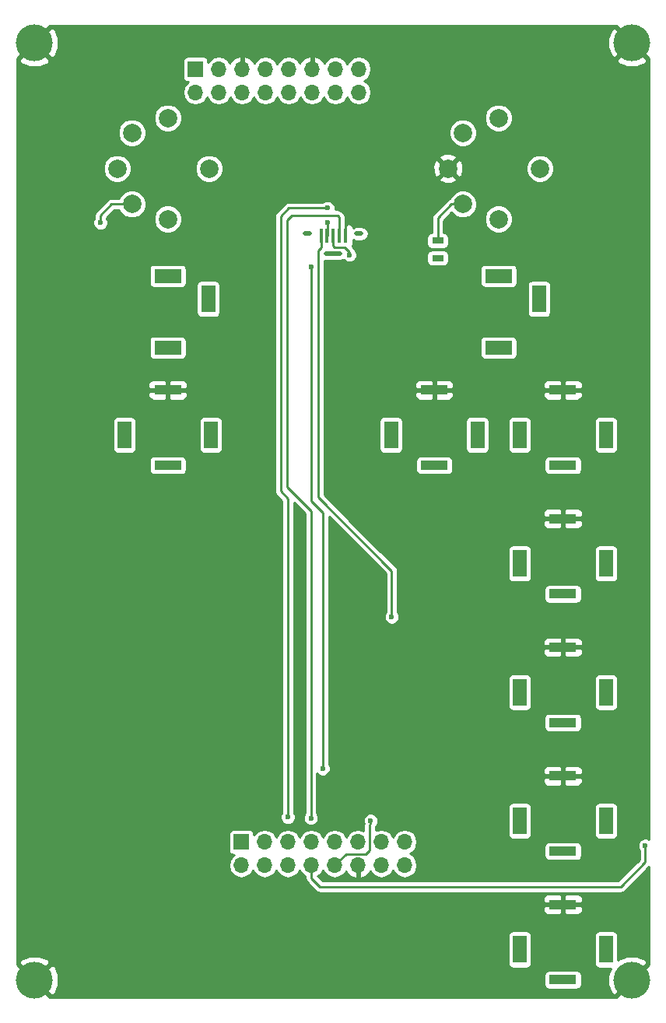
<source format=gtl>
G04 #@! TF.FileFunction,Copper,L1,Top,Signal*
%FSLAX46Y46*%
G04 Gerber Fmt 4.6, Leading zero omitted, Abs format (unit mm)*
G04 Created by KiCad (PCBNEW 4.0.1-stable) date 26/04/2018 08:36:00*
%MOMM*%
G01*
G04 APERTURE LIST*
%ADD10C,0.100000*%
%ADD11C,4.000000*%
%ADD12R,1.500000X3.000000*%
%ADD13R,3.000000X1.000000*%
%ADD14C,2.000000*%
%ADD15R,1.300000X0.700000*%
%ADD16R,1.700000X1.700000*%
%ADD17O,1.700000X1.700000*%
%ADD18R,3.000000X1.500000*%
%ADD19O,2.000000X0.500000*%
%ADD20O,1.000000X0.500000*%
%ADD21R,0.450000X1.500000*%
%ADD22C,0.600000*%
%ADD23C,0.250000*%
%ADD24C,0.254000*%
G04 APERTURE END LIST*
D10*
D11*
X67425000Y-146325000D03*
X132425000Y-44325000D03*
X132425000Y-146325000D03*
X67425000Y-44325000D03*
D12*
X77225000Y-87000000D03*
X86625000Y-87000000D03*
D13*
X81925000Y-90300000D03*
X81925000Y-82100000D03*
D12*
X120225000Y-87000000D03*
X129625000Y-87000000D03*
D13*
X124925000Y-90300000D03*
X124925000Y-82100000D03*
D12*
X120225000Y-101000000D03*
X129625000Y-101000000D03*
D13*
X124925000Y-104300000D03*
X124925000Y-96100000D03*
D12*
X120225000Y-115000000D03*
X129625000Y-115000000D03*
D13*
X124925000Y-118300000D03*
X124925000Y-110100000D03*
D12*
X120225000Y-129000000D03*
X129625000Y-129000000D03*
D13*
X124925000Y-132300000D03*
X124925000Y-124100000D03*
D12*
X120225000Y-143000000D03*
X129625000Y-143000000D03*
D13*
X124925000Y-146300000D03*
X124925000Y-138100000D03*
D14*
X78035000Y-54120000D03*
X78035000Y-61880000D03*
X76425000Y-58000000D03*
X81925000Y-63500000D03*
X81925000Y-52500000D03*
X86425000Y-58000000D03*
X114035000Y-54120000D03*
X114035000Y-61880000D03*
X112425000Y-58000000D03*
X117925000Y-63500000D03*
X117925000Y-52500000D03*
X122425000Y-58000000D03*
D15*
X111300000Y-67750000D03*
X111300000Y-65850000D03*
D16*
X89925000Y-131285000D03*
D17*
X89925000Y-133825000D03*
X92465000Y-131285000D03*
X92465000Y-133825000D03*
X95005000Y-131285000D03*
X95005000Y-133825000D03*
X97545000Y-131285000D03*
X97545000Y-133825000D03*
X100085000Y-131285000D03*
X100085000Y-133825000D03*
X102625000Y-131285000D03*
X102625000Y-133825000D03*
X105165000Y-131285000D03*
X105165000Y-133825000D03*
X107705000Y-131285000D03*
X107705000Y-133825000D03*
D16*
X84925000Y-47185000D03*
D17*
X84925000Y-49725000D03*
X87465000Y-47185000D03*
X87465000Y-49725000D03*
X90005000Y-47185000D03*
X90005000Y-49725000D03*
X92545000Y-47185000D03*
X92545000Y-49725000D03*
X95085000Y-47185000D03*
X95085000Y-49725000D03*
X97625000Y-47185000D03*
X97625000Y-49725000D03*
X100165000Y-47185000D03*
X100165000Y-49725000D03*
X102705000Y-47185000D03*
X102705000Y-49725000D03*
D12*
X86325000Y-72200000D03*
D18*
X81925000Y-69700000D03*
X81925000Y-77500000D03*
D12*
X122325000Y-72200000D03*
D18*
X117925000Y-69700000D03*
X117925000Y-77500000D03*
D12*
X106225000Y-87000000D03*
X115625000Y-87000000D03*
D13*
X110925000Y-90300000D03*
X110925000Y-82100000D03*
D19*
X99925000Y-67250000D03*
D20*
X102725000Y-65100000D03*
X97125000Y-65100000D03*
D21*
X98625000Y-65350000D03*
X99275000Y-65350000D03*
X101225000Y-65350000D03*
X100575000Y-65350000D03*
X99925000Y-65350000D03*
D22*
X104000000Y-129000000D03*
X133900000Y-131700000D03*
X74600000Y-63900000D03*
X99300000Y-63900000D03*
X95000000Y-128600000D03*
X99300000Y-62300000D03*
X101700000Y-67400000D03*
X98800000Y-123300000D03*
X97500000Y-68700000D03*
X97500000Y-128700000D03*
X106300000Y-106800000D03*
D23*
X101225000Y-65350000D02*
X101225000Y-64075000D01*
X101225000Y-64075000D02*
X101400000Y-63900000D01*
X102200000Y-132600000D02*
X101310000Y-132600000D01*
X101310000Y-132600000D02*
X100085000Y-133825000D01*
X103900000Y-131400000D02*
X103900000Y-132200000D01*
X104000000Y-129300000D02*
X103900000Y-129400000D01*
X103900000Y-129400000D02*
X103900000Y-131400000D01*
X104000000Y-129000000D02*
X104000000Y-129300000D01*
X103500000Y-132600000D02*
X102200000Y-132600000D01*
X102200000Y-132600000D02*
X102000000Y-132600000D01*
X103900000Y-132200000D02*
X103500000Y-132600000D01*
X114035000Y-61880000D02*
X112820000Y-61880000D01*
X111300000Y-63400000D02*
X111300000Y-65850000D01*
X112820000Y-61880000D02*
X111300000Y-63400000D01*
X133900000Y-131700000D02*
X133900000Y-133500000D01*
X97545000Y-135245000D02*
X97545000Y-133825000D01*
X98500000Y-136200000D02*
X97545000Y-135245000D01*
X131200000Y-136200000D02*
X98500000Y-136200000D01*
X133900000Y-133500000D02*
X131200000Y-136200000D01*
X74600000Y-63900000D02*
X74600000Y-63100000D01*
X75820000Y-61880000D02*
X78035000Y-61880000D01*
X74600000Y-63100000D02*
X75820000Y-61880000D01*
X99300000Y-65325000D02*
X99300000Y-63900000D01*
X95000000Y-128600000D02*
X95000000Y-93900000D01*
X95100000Y-62300000D02*
X99300000Y-62300000D01*
X94200000Y-63200000D02*
X95100000Y-62300000D01*
X94200000Y-93100000D02*
X94200000Y-63200000D01*
X95000000Y-93900000D02*
X94200000Y-93100000D01*
X99300000Y-65325000D02*
X99275000Y-65350000D01*
X101700000Y-67400000D02*
X101700000Y-67100000D01*
X98800000Y-123300000D02*
X98800000Y-95500000D01*
X97500000Y-94200000D02*
X97500000Y-68700000D01*
X98800000Y-95500000D02*
X97500000Y-94200000D01*
X101700000Y-67100000D02*
X101200000Y-66600000D01*
X99925000Y-65350000D02*
X99925000Y-66425000D01*
X99925000Y-66425000D02*
X100100000Y-66600000D01*
X100100000Y-66600000D02*
X101200000Y-66600000D01*
X100575000Y-65350000D02*
X100575000Y-63275000D01*
X99900000Y-63100000D02*
X100400000Y-63100000D01*
X97500000Y-128700000D02*
X97500000Y-95300000D01*
X95400000Y-63100000D02*
X99900000Y-63100000D01*
X94900000Y-63600000D02*
X95400000Y-63100000D01*
X94900000Y-92700000D02*
X94900000Y-63600000D01*
X97500000Y-95300000D02*
X94900000Y-92700000D01*
X100575000Y-63275000D02*
X100400000Y-63100000D01*
X106300000Y-106800000D02*
X106300000Y-101800000D01*
X98625000Y-66575000D02*
X98625000Y-65350000D01*
X98300000Y-66900000D02*
X98625000Y-66575000D01*
X98300000Y-93800000D02*
X98300000Y-66900000D01*
X106300000Y-101800000D02*
X98300000Y-93800000D01*
D24*
G36*
X130729584Y-42449978D02*
X132425000Y-44145395D01*
X132439142Y-44131252D01*
X132618748Y-44310858D01*
X132604605Y-44325000D01*
X134300022Y-46020416D01*
X134323000Y-46006732D01*
X134323000Y-130980182D01*
X134065222Y-130873144D01*
X133736221Y-130872857D01*
X133432154Y-130998495D01*
X133199312Y-131230930D01*
X133073144Y-131534778D01*
X133072857Y-131863779D01*
X133198495Y-132167846D01*
X133248000Y-132217438D01*
X133248000Y-133229933D01*
X130929932Y-135548000D01*
X98770068Y-135548000D01*
X98236369Y-135014301D01*
X98518686Y-134825663D01*
X98815000Y-134382198D01*
X99111314Y-134825663D01*
X99558045Y-135124159D01*
X100085000Y-135228977D01*
X100611955Y-135124159D01*
X101058686Y-134825663D01*
X101309537Y-134450238D01*
X101429817Y-134706358D01*
X101858076Y-135096645D01*
X102268110Y-135266476D01*
X102498000Y-135145155D01*
X102498000Y-133952000D01*
X102478000Y-133952000D01*
X102478000Y-133698000D01*
X102498000Y-133698000D01*
X102498000Y-133678000D01*
X102752000Y-133678000D01*
X102752000Y-133698000D01*
X102772000Y-133698000D01*
X102772000Y-133952000D01*
X102752000Y-133952000D01*
X102752000Y-135145155D01*
X102981890Y-135266476D01*
X103391924Y-135096645D01*
X103820183Y-134706358D01*
X103940463Y-134450238D01*
X104191314Y-134825663D01*
X104638045Y-135124159D01*
X105165000Y-135228977D01*
X105691955Y-135124159D01*
X106138686Y-134825663D01*
X106435000Y-134382198D01*
X106731314Y-134825663D01*
X107178045Y-135124159D01*
X107705000Y-135228977D01*
X108231955Y-135124159D01*
X108678686Y-134825663D01*
X108977182Y-134378932D01*
X109082000Y-133851977D01*
X109082000Y-133798023D01*
X108977182Y-133271068D01*
X108678686Y-132824337D01*
X108275595Y-132555000D01*
X108678686Y-132285663D01*
X108977182Y-131838932D01*
X108984926Y-131800000D01*
X122887676Y-131800000D01*
X122887676Y-132800000D01*
X122924423Y-132995294D01*
X123039842Y-133174660D01*
X123215951Y-133294990D01*
X123425000Y-133337324D01*
X126425000Y-133337324D01*
X126620294Y-133300577D01*
X126799660Y-133185158D01*
X126919990Y-133009049D01*
X126962324Y-132800000D01*
X126962324Y-131800000D01*
X126925577Y-131604706D01*
X126810158Y-131425340D01*
X126634049Y-131305010D01*
X126425000Y-131262676D01*
X123425000Y-131262676D01*
X123229706Y-131299423D01*
X123050340Y-131414842D01*
X122930010Y-131590951D01*
X122887676Y-131800000D01*
X108984926Y-131800000D01*
X109082000Y-131311977D01*
X109082000Y-131258023D01*
X108977182Y-130731068D01*
X108678686Y-130284337D01*
X108231955Y-129985841D01*
X107705000Y-129881023D01*
X107178045Y-129985841D01*
X106731314Y-130284337D01*
X106435000Y-130727802D01*
X106138686Y-130284337D01*
X105691955Y-129985841D01*
X105165000Y-129881023D01*
X104638045Y-129985841D01*
X104552000Y-130043334D01*
X104552000Y-129624893D01*
X104566838Y-129602686D01*
X104700688Y-129469070D01*
X104826856Y-129165222D01*
X104827143Y-128836221D01*
X104701505Y-128532154D01*
X104469070Y-128299312D01*
X104165222Y-128173144D01*
X103836221Y-128172857D01*
X103532154Y-128298495D01*
X103299312Y-128530930D01*
X103173144Y-128834778D01*
X103172857Y-129163779D01*
X103255299Y-129363303D01*
X103247999Y-129400000D01*
X103248000Y-129400005D01*
X103248000Y-130050016D01*
X103151955Y-129985841D01*
X102625000Y-129881023D01*
X102098045Y-129985841D01*
X101651314Y-130284337D01*
X101355000Y-130727802D01*
X101058686Y-130284337D01*
X100611955Y-129985841D01*
X100085000Y-129881023D01*
X99558045Y-129985841D01*
X99111314Y-130284337D01*
X98815000Y-130727802D01*
X98518686Y-130284337D01*
X98071955Y-129985841D01*
X97545000Y-129881023D01*
X97018045Y-129985841D01*
X96571314Y-130284337D01*
X96275000Y-130727802D01*
X95978686Y-130284337D01*
X95531955Y-129985841D01*
X95005000Y-129881023D01*
X94478045Y-129985841D01*
X94031314Y-130284337D01*
X93735000Y-130727802D01*
X93438686Y-130284337D01*
X92991955Y-129985841D01*
X92465000Y-129881023D01*
X91938045Y-129985841D01*
X91491314Y-130284337D01*
X91312324Y-130552215D01*
X91312324Y-130435000D01*
X91275577Y-130239706D01*
X91160158Y-130060340D01*
X90984049Y-129940010D01*
X90775000Y-129897676D01*
X89075000Y-129897676D01*
X88879706Y-129934423D01*
X88700340Y-130049842D01*
X88580010Y-130225951D01*
X88537676Y-130435000D01*
X88537676Y-132135000D01*
X88574423Y-132330294D01*
X88689842Y-132509660D01*
X88865951Y-132629990D01*
X89075000Y-132672324D01*
X89178818Y-132672324D01*
X88951314Y-132824337D01*
X88652818Y-133271068D01*
X88548000Y-133798023D01*
X88548000Y-133851977D01*
X88652818Y-134378932D01*
X88951314Y-134825663D01*
X89398045Y-135124159D01*
X89925000Y-135228977D01*
X90451955Y-135124159D01*
X90898686Y-134825663D01*
X91195000Y-134382198D01*
X91491314Y-134825663D01*
X91938045Y-135124159D01*
X92465000Y-135228977D01*
X92991955Y-135124159D01*
X93438686Y-134825663D01*
X93735000Y-134382198D01*
X94031314Y-134825663D01*
X94478045Y-135124159D01*
X95005000Y-135228977D01*
X95531955Y-135124159D01*
X95978686Y-134825663D01*
X96275000Y-134382198D01*
X96571314Y-134825663D01*
X96893000Y-135040607D01*
X96893000Y-135244995D01*
X96892999Y-135245000D01*
X96934396Y-135453113D01*
X96942631Y-135494510D01*
X96978372Y-135548000D01*
X97083966Y-135706034D01*
X98038966Y-136661034D01*
X98250490Y-136802369D01*
X98291887Y-136810604D01*
X98500000Y-136852001D01*
X98500005Y-136852000D01*
X131199995Y-136852000D01*
X131200000Y-136852001D01*
X131408113Y-136810604D01*
X131449510Y-136802369D01*
X131661034Y-136661034D01*
X134323000Y-133999067D01*
X134323000Y-144643268D01*
X134300022Y-144629584D01*
X132604605Y-146325000D01*
X132618748Y-146339142D01*
X132439142Y-146518748D01*
X132425000Y-146504605D01*
X130729584Y-148200022D01*
X130743268Y-148223000D01*
X69106732Y-148223000D01*
X69120416Y-148200022D01*
X67425000Y-146504605D01*
X67410858Y-146518748D01*
X67231252Y-146339142D01*
X67245395Y-146325000D01*
X67604605Y-146325000D01*
X69300022Y-148020416D01*
X69670743Y-147799647D01*
X70064119Y-146827988D01*
X70055876Y-145800000D01*
X122887676Y-145800000D01*
X122887676Y-146800000D01*
X122924423Y-146995294D01*
X123039842Y-147174660D01*
X123215951Y-147294990D01*
X123425000Y-147337324D01*
X126425000Y-147337324D01*
X126620294Y-147300577D01*
X126799660Y-147185158D01*
X126919990Y-147009049D01*
X126962324Y-146800000D01*
X126962324Y-145800000D01*
X126925577Y-145604706D01*
X126810158Y-145425340D01*
X126634049Y-145305010D01*
X126425000Y-145262676D01*
X123425000Y-145262676D01*
X123229706Y-145299423D01*
X123050340Y-145414842D01*
X122930010Y-145590951D01*
X122887676Y-145800000D01*
X70055876Y-145800000D01*
X70055713Y-145779753D01*
X69670743Y-144850353D01*
X69300022Y-144629584D01*
X67604605Y-146325000D01*
X67245395Y-146325000D01*
X65549978Y-144629584D01*
X65527000Y-144643268D01*
X65527000Y-144449978D01*
X65729584Y-144449978D01*
X67425000Y-146145395D01*
X69120416Y-144449978D01*
X68899647Y-144079257D01*
X67927988Y-143685881D01*
X66879753Y-143694287D01*
X65950353Y-144079257D01*
X65729584Y-144449978D01*
X65527000Y-144449978D01*
X65527000Y-141500000D01*
X118937676Y-141500000D01*
X118937676Y-144500000D01*
X118974423Y-144695294D01*
X119089842Y-144874660D01*
X119265951Y-144994990D01*
X119475000Y-145037324D01*
X120975000Y-145037324D01*
X121170294Y-145000577D01*
X121349660Y-144885158D01*
X121469990Y-144709049D01*
X121512324Y-144500000D01*
X121512324Y-141500000D01*
X128337676Y-141500000D01*
X128337676Y-144500000D01*
X128374423Y-144695294D01*
X128489842Y-144874660D01*
X128665951Y-144994990D01*
X128875000Y-145037324D01*
X130103562Y-145037324D01*
X129785881Y-145822012D01*
X129794287Y-146870247D01*
X130179257Y-147799647D01*
X130549978Y-148020416D01*
X132245395Y-146325000D01*
X132231252Y-146310858D01*
X132410858Y-146131252D01*
X132425000Y-146145395D01*
X134120416Y-144449978D01*
X133899647Y-144079257D01*
X132927988Y-143685881D01*
X131879753Y-143694287D01*
X130950353Y-144079257D01*
X130912324Y-144143116D01*
X130912324Y-141500000D01*
X130875577Y-141304706D01*
X130760158Y-141125340D01*
X130584049Y-141005010D01*
X130375000Y-140962676D01*
X128875000Y-140962676D01*
X128679706Y-140999423D01*
X128500340Y-141114842D01*
X128380010Y-141290951D01*
X128337676Y-141500000D01*
X121512324Y-141500000D01*
X121475577Y-141304706D01*
X121360158Y-141125340D01*
X121184049Y-141005010D01*
X120975000Y-140962676D01*
X119475000Y-140962676D01*
X119279706Y-140999423D01*
X119100340Y-141114842D01*
X118980010Y-141290951D01*
X118937676Y-141500000D01*
X65527000Y-141500000D01*
X65527000Y-138385750D01*
X122790000Y-138385750D01*
X122790000Y-138726310D01*
X122886673Y-138959699D01*
X123065302Y-139138327D01*
X123298691Y-139235000D01*
X124639250Y-139235000D01*
X124798000Y-139076250D01*
X124798000Y-138227000D01*
X125052000Y-138227000D01*
X125052000Y-139076250D01*
X125210750Y-139235000D01*
X126551309Y-139235000D01*
X126784698Y-139138327D01*
X126963327Y-138959699D01*
X127060000Y-138726310D01*
X127060000Y-138385750D01*
X126901250Y-138227000D01*
X125052000Y-138227000D01*
X124798000Y-138227000D01*
X122948750Y-138227000D01*
X122790000Y-138385750D01*
X65527000Y-138385750D01*
X65527000Y-137473690D01*
X122790000Y-137473690D01*
X122790000Y-137814250D01*
X122948750Y-137973000D01*
X124798000Y-137973000D01*
X124798000Y-137123750D01*
X125052000Y-137123750D01*
X125052000Y-137973000D01*
X126901250Y-137973000D01*
X127060000Y-137814250D01*
X127060000Y-137473690D01*
X126963327Y-137240301D01*
X126784698Y-137061673D01*
X126551309Y-136965000D01*
X125210750Y-136965000D01*
X125052000Y-137123750D01*
X124798000Y-137123750D01*
X124639250Y-136965000D01*
X123298691Y-136965000D01*
X123065302Y-137061673D01*
X122886673Y-137240301D01*
X122790000Y-137473690D01*
X65527000Y-137473690D01*
X65527000Y-89800000D01*
X79887676Y-89800000D01*
X79887676Y-90800000D01*
X79924423Y-90995294D01*
X80039842Y-91174660D01*
X80215951Y-91294990D01*
X80425000Y-91337324D01*
X83425000Y-91337324D01*
X83620294Y-91300577D01*
X83799660Y-91185158D01*
X83919990Y-91009049D01*
X83962324Y-90800000D01*
X83962324Y-89800000D01*
X83925577Y-89604706D01*
X83810158Y-89425340D01*
X83634049Y-89305010D01*
X83425000Y-89262676D01*
X80425000Y-89262676D01*
X80229706Y-89299423D01*
X80050340Y-89414842D01*
X79930010Y-89590951D01*
X79887676Y-89800000D01*
X65527000Y-89800000D01*
X65527000Y-85500000D01*
X75937676Y-85500000D01*
X75937676Y-88500000D01*
X75974423Y-88695294D01*
X76089842Y-88874660D01*
X76265951Y-88994990D01*
X76475000Y-89037324D01*
X77975000Y-89037324D01*
X78170294Y-89000577D01*
X78349660Y-88885158D01*
X78469990Y-88709049D01*
X78512324Y-88500000D01*
X78512324Y-85500000D01*
X85337676Y-85500000D01*
X85337676Y-88500000D01*
X85374423Y-88695294D01*
X85489842Y-88874660D01*
X85665951Y-88994990D01*
X85875000Y-89037324D01*
X87375000Y-89037324D01*
X87570294Y-89000577D01*
X87749660Y-88885158D01*
X87869990Y-88709049D01*
X87912324Y-88500000D01*
X87912324Y-85500000D01*
X87875577Y-85304706D01*
X87760158Y-85125340D01*
X87584049Y-85005010D01*
X87375000Y-84962676D01*
X85875000Y-84962676D01*
X85679706Y-84999423D01*
X85500340Y-85114842D01*
X85380010Y-85290951D01*
X85337676Y-85500000D01*
X78512324Y-85500000D01*
X78475577Y-85304706D01*
X78360158Y-85125340D01*
X78184049Y-85005010D01*
X77975000Y-84962676D01*
X76475000Y-84962676D01*
X76279706Y-84999423D01*
X76100340Y-85114842D01*
X75980010Y-85290951D01*
X75937676Y-85500000D01*
X65527000Y-85500000D01*
X65527000Y-82385750D01*
X79790000Y-82385750D01*
X79790000Y-82726310D01*
X79886673Y-82959699D01*
X80065302Y-83138327D01*
X80298691Y-83235000D01*
X81639250Y-83235000D01*
X81798000Y-83076250D01*
X81798000Y-82227000D01*
X82052000Y-82227000D01*
X82052000Y-83076250D01*
X82210750Y-83235000D01*
X83551309Y-83235000D01*
X83784698Y-83138327D01*
X83963327Y-82959699D01*
X84060000Y-82726310D01*
X84060000Y-82385750D01*
X83901250Y-82227000D01*
X82052000Y-82227000D01*
X81798000Y-82227000D01*
X79948750Y-82227000D01*
X79790000Y-82385750D01*
X65527000Y-82385750D01*
X65527000Y-81473690D01*
X79790000Y-81473690D01*
X79790000Y-81814250D01*
X79948750Y-81973000D01*
X81798000Y-81973000D01*
X81798000Y-81123750D01*
X82052000Y-81123750D01*
X82052000Y-81973000D01*
X83901250Y-81973000D01*
X84060000Y-81814250D01*
X84060000Y-81473690D01*
X83963327Y-81240301D01*
X83784698Y-81061673D01*
X83551309Y-80965000D01*
X82210750Y-80965000D01*
X82052000Y-81123750D01*
X81798000Y-81123750D01*
X81639250Y-80965000D01*
X80298691Y-80965000D01*
X80065302Y-81061673D01*
X79886673Y-81240301D01*
X79790000Y-81473690D01*
X65527000Y-81473690D01*
X65527000Y-76750000D01*
X79887676Y-76750000D01*
X79887676Y-78250000D01*
X79924423Y-78445294D01*
X80039842Y-78624660D01*
X80215951Y-78744990D01*
X80425000Y-78787324D01*
X83425000Y-78787324D01*
X83620294Y-78750577D01*
X83799660Y-78635158D01*
X83919990Y-78459049D01*
X83962324Y-78250000D01*
X83962324Y-76750000D01*
X83925577Y-76554706D01*
X83810158Y-76375340D01*
X83634049Y-76255010D01*
X83425000Y-76212676D01*
X80425000Y-76212676D01*
X80229706Y-76249423D01*
X80050340Y-76364842D01*
X79930010Y-76540951D01*
X79887676Y-76750000D01*
X65527000Y-76750000D01*
X65527000Y-68950000D01*
X79887676Y-68950000D01*
X79887676Y-70450000D01*
X79924423Y-70645294D01*
X80039842Y-70824660D01*
X80215951Y-70944990D01*
X80425000Y-70987324D01*
X83425000Y-70987324D01*
X83620294Y-70950577D01*
X83799660Y-70835158D01*
X83892009Y-70700000D01*
X85037676Y-70700000D01*
X85037676Y-73700000D01*
X85074423Y-73895294D01*
X85189842Y-74074660D01*
X85365951Y-74194990D01*
X85575000Y-74237324D01*
X87075000Y-74237324D01*
X87270294Y-74200577D01*
X87449660Y-74085158D01*
X87569990Y-73909049D01*
X87612324Y-73700000D01*
X87612324Y-70700000D01*
X87575577Y-70504706D01*
X87460158Y-70325340D01*
X87284049Y-70205010D01*
X87075000Y-70162676D01*
X85575000Y-70162676D01*
X85379706Y-70199423D01*
X85200340Y-70314842D01*
X85080010Y-70490951D01*
X85037676Y-70700000D01*
X83892009Y-70700000D01*
X83919990Y-70659049D01*
X83962324Y-70450000D01*
X83962324Y-68950000D01*
X83925577Y-68754706D01*
X83810158Y-68575340D01*
X83634049Y-68455010D01*
X83425000Y-68412676D01*
X80425000Y-68412676D01*
X80229706Y-68449423D01*
X80050340Y-68564842D01*
X79930010Y-68740951D01*
X79887676Y-68950000D01*
X65527000Y-68950000D01*
X65527000Y-64063779D01*
X73772857Y-64063779D01*
X73898495Y-64367846D01*
X74130930Y-64600688D01*
X74434778Y-64726856D01*
X74763779Y-64727143D01*
X75067846Y-64601505D01*
X75300688Y-64369070D01*
X75426856Y-64065222D01*
X75427085Y-63802407D01*
X80397735Y-63802407D01*
X80629717Y-64363846D01*
X81058894Y-64793773D01*
X81619928Y-65026735D01*
X82227407Y-65027265D01*
X82788846Y-64795283D01*
X83218773Y-64366106D01*
X83451735Y-63805072D01*
X83452262Y-63200000D01*
X93547999Y-63200000D01*
X93548000Y-63200005D01*
X93548000Y-93099995D01*
X93547999Y-93100000D01*
X93588254Y-93302369D01*
X93597631Y-93349510D01*
X93730256Y-93547999D01*
X93738966Y-93561034D01*
X94348000Y-94170068D01*
X94348000Y-128082327D01*
X94299312Y-128130930D01*
X94173144Y-128434778D01*
X94172857Y-128763779D01*
X94298495Y-129067846D01*
X94530930Y-129300688D01*
X94834778Y-129426856D01*
X95163779Y-129427143D01*
X95467846Y-129301505D01*
X95700688Y-129069070D01*
X95826856Y-128765222D01*
X95827143Y-128436221D01*
X95701505Y-128132154D01*
X95652000Y-128082562D01*
X95652000Y-94374068D01*
X96848000Y-95570067D01*
X96848000Y-128182327D01*
X96799312Y-128230930D01*
X96673144Y-128534778D01*
X96672857Y-128863779D01*
X96798495Y-129167846D01*
X97030930Y-129400688D01*
X97334778Y-129526856D01*
X97663779Y-129527143D01*
X97967846Y-129401505D01*
X98200688Y-129169070D01*
X98326856Y-128865222D01*
X98327143Y-128536221D01*
X98201505Y-128232154D01*
X98152000Y-128182562D01*
X98152000Y-127500000D01*
X118937676Y-127500000D01*
X118937676Y-130500000D01*
X118974423Y-130695294D01*
X119089842Y-130874660D01*
X119265951Y-130994990D01*
X119475000Y-131037324D01*
X120975000Y-131037324D01*
X121170294Y-131000577D01*
X121349660Y-130885158D01*
X121469990Y-130709049D01*
X121512324Y-130500000D01*
X121512324Y-127500000D01*
X128337676Y-127500000D01*
X128337676Y-130500000D01*
X128374423Y-130695294D01*
X128489842Y-130874660D01*
X128665951Y-130994990D01*
X128875000Y-131037324D01*
X130375000Y-131037324D01*
X130570294Y-131000577D01*
X130749660Y-130885158D01*
X130869990Y-130709049D01*
X130912324Y-130500000D01*
X130912324Y-127500000D01*
X130875577Y-127304706D01*
X130760158Y-127125340D01*
X130584049Y-127005010D01*
X130375000Y-126962676D01*
X128875000Y-126962676D01*
X128679706Y-126999423D01*
X128500340Y-127114842D01*
X128380010Y-127290951D01*
X128337676Y-127500000D01*
X121512324Y-127500000D01*
X121475577Y-127304706D01*
X121360158Y-127125340D01*
X121184049Y-127005010D01*
X120975000Y-126962676D01*
X119475000Y-126962676D01*
X119279706Y-126999423D01*
X119100340Y-127114842D01*
X118980010Y-127290951D01*
X118937676Y-127500000D01*
X98152000Y-127500000D01*
X98152000Y-124385750D01*
X122790000Y-124385750D01*
X122790000Y-124726310D01*
X122886673Y-124959699D01*
X123065302Y-125138327D01*
X123298691Y-125235000D01*
X124639250Y-125235000D01*
X124798000Y-125076250D01*
X124798000Y-124227000D01*
X125052000Y-124227000D01*
X125052000Y-125076250D01*
X125210750Y-125235000D01*
X126551309Y-125235000D01*
X126784698Y-125138327D01*
X126963327Y-124959699D01*
X127060000Y-124726310D01*
X127060000Y-124385750D01*
X126901250Y-124227000D01*
X125052000Y-124227000D01*
X124798000Y-124227000D01*
X122948750Y-124227000D01*
X122790000Y-124385750D01*
X98152000Y-124385750D01*
X98152000Y-123821445D01*
X98330930Y-124000688D01*
X98634778Y-124126856D01*
X98963779Y-124127143D01*
X99267846Y-124001505D01*
X99500688Y-123769070D01*
X99623339Y-123473690D01*
X122790000Y-123473690D01*
X122790000Y-123814250D01*
X122948750Y-123973000D01*
X124798000Y-123973000D01*
X124798000Y-123123750D01*
X125052000Y-123123750D01*
X125052000Y-123973000D01*
X126901250Y-123973000D01*
X127060000Y-123814250D01*
X127060000Y-123473690D01*
X126963327Y-123240301D01*
X126784698Y-123061673D01*
X126551309Y-122965000D01*
X125210750Y-122965000D01*
X125052000Y-123123750D01*
X124798000Y-123123750D01*
X124639250Y-122965000D01*
X123298691Y-122965000D01*
X123065302Y-123061673D01*
X122886673Y-123240301D01*
X122790000Y-123473690D01*
X99623339Y-123473690D01*
X99626856Y-123465222D01*
X99627143Y-123136221D01*
X99501505Y-122832154D01*
X99452000Y-122782562D01*
X99452000Y-117800000D01*
X122887676Y-117800000D01*
X122887676Y-118800000D01*
X122924423Y-118995294D01*
X123039842Y-119174660D01*
X123215951Y-119294990D01*
X123425000Y-119337324D01*
X126425000Y-119337324D01*
X126620294Y-119300577D01*
X126799660Y-119185158D01*
X126919990Y-119009049D01*
X126962324Y-118800000D01*
X126962324Y-117800000D01*
X126925577Y-117604706D01*
X126810158Y-117425340D01*
X126634049Y-117305010D01*
X126425000Y-117262676D01*
X123425000Y-117262676D01*
X123229706Y-117299423D01*
X123050340Y-117414842D01*
X122930010Y-117590951D01*
X122887676Y-117800000D01*
X99452000Y-117800000D01*
X99452000Y-113500000D01*
X118937676Y-113500000D01*
X118937676Y-116500000D01*
X118974423Y-116695294D01*
X119089842Y-116874660D01*
X119265951Y-116994990D01*
X119475000Y-117037324D01*
X120975000Y-117037324D01*
X121170294Y-117000577D01*
X121349660Y-116885158D01*
X121469990Y-116709049D01*
X121512324Y-116500000D01*
X121512324Y-113500000D01*
X128337676Y-113500000D01*
X128337676Y-116500000D01*
X128374423Y-116695294D01*
X128489842Y-116874660D01*
X128665951Y-116994990D01*
X128875000Y-117037324D01*
X130375000Y-117037324D01*
X130570294Y-117000577D01*
X130749660Y-116885158D01*
X130869990Y-116709049D01*
X130912324Y-116500000D01*
X130912324Y-113500000D01*
X130875577Y-113304706D01*
X130760158Y-113125340D01*
X130584049Y-113005010D01*
X130375000Y-112962676D01*
X128875000Y-112962676D01*
X128679706Y-112999423D01*
X128500340Y-113114842D01*
X128380010Y-113290951D01*
X128337676Y-113500000D01*
X121512324Y-113500000D01*
X121475577Y-113304706D01*
X121360158Y-113125340D01*
X121184049Y-113005010D01*
X120975000Y-112962676D01*
X119475000Y-112962676D01*
X119279706Y-112999423D01*
X119100340Y-113114842D01*
X118980010Y-113290951D01*
X118937676Y-113500000D01*
X99452000Y-113500000D01*
X99452000Y-110385750D01*
X122790000Y-110385750D01*
X122790000Y-110726310D01*
X122886673Y-110959699D01*
X123065302Y-111138327D01*
X123298691Y-111235000D01*
X124639250Y-111235000D01*
X124798000Y-111076250D01*
X124798000Y-110227000D01*
X125052000Y-110227000D01*
X125052000Y-111076250D01*
X125210750Y-111235000D01*
X126551309Y-111235000D01*
X126784698Y-111138327D01*
X126963327Y-110959699D01*
X127060000Y-110726310D01*
X127060000Y-110385750D01*
X126901250Y-110227000D01*
X125052000Y-110227000D01*
X124798000Y-110227000D01*
X122948750Y-110227000D01*
X122790000Y-110385750D01*
X99452000Y-110385750D01*
X99452000Y-109473690D01*
X122790000Y-109473690D01*
X122790000Y-109814250D01*
X122948750Y-109973000D01*
X124798000Y-109973000D01*
X124798000Y-109123750D01*
X125052000Y-109123750D01*
X125052000Y-109973000D01*
X126901250Y-109973000D01*
X127060000Y-109814250D01*
X127060000Y-109473690D01*
X126963327Y-109240301D01*
X126784698Y-109061673D01*
X126551309Y-108965000D01*
X125210750Y-108965000D01*
X125052000Y-109123750D01*
X124798000Y-109123750D01*
X124639250Y-108965000D01*
X123298691Y-108965000D01*
X123065302Y-109061673D01*
X122886673Y-109240301D01*
X122790000Y-109473690D01*
X99452000Y-109473690D01*
X99452000Y-95874068D01*
X105648000Y-102070067D01*
X105648000Y-106282327D01*
X105599312Y-106330930D01*
X105473144Y-106634778D01*
X105472857Y-106963779D01*
X105598495Y-107267846D01*
X105830930Y-107500688D01*
X106134778Y-107626856D01*
X106463779Y-107627143D01*
X106767846Y-107501505D01*
X107000688Y-107269070D01*
X107126856Y-106965222D01*
X107127143Y-106636221D01*
X107001505Y-106332154D01*
X106952000Y-106282562D01*
X106952000Y-103800000D01*
X122887676Y-103800000D01*
X122887676Y-104800000D01*
X122924423Y-104995294D01*
X123039842Y-105174660D01*
X123215951Y-105294990D01*
X123425000Y-105337324D01*
X126425000Y-105337324D01*
X126620294Y-105300577D01*
X126799660Y-105185158D01*
X126919990Y-105009049D01*
X126962324Y-104800000D01*
X126962324Y-103800000D01*
X126925577Y-103604706D01*
X126810158Y-103425340D01*
X126634049Y-103305010D01*
X126425000Y-103262676D01*
X123425000Y-103262676D01*
X123229706Y-103299423D01*
X123050340Y-103414842D01*
X122930010Y-103590951D01*
X122887676Y-103800000D01*
X106952000Y-103800000D01*
X106952000Y-101800000D01*
X106902369Y-101550490D01*
X106761034Y-101338966D01*
X106761031Y-101338964D01*
X104922068Y-99500000D01*
X118937676Y-99500000D01*
X118937676Y-102500000D01*
X118974423Y-102695294D01*
X119089842Y-102874660D01*
X119265951Y-102994990D01*
X119475000Y-103037324D01*
X120975000Y-103037324D01*
X121170294Y-103000577D01*
X121349660Y-102885158D01*
X121469990Y-102709049D01*
X121512324Y-102500000D01*
X121512324Y-99500000D01*
X128337676Y-99500000D01*
X128337676Y-102500000D01*
X128374423Y-102695294D01*
X128489842Y-102874660D01*
X128665951Y-102994990D01*
X128875000Y-103037324D01*
X130375000Y-103037324D01*
X130570294Y-103000577D01*
X130749660Y-102885158D01*
X130869990Y-102709049D01*
X130912324Y-102500000D01*
X130912324Y-99500000D01*
X130875577Y-99304706D01*
X130760158Y-99125340D01*
X130584049Y-99005010D01*
X130375000Y-98962676D01*
X128875000Y-98962676D01*
X128679706Y-98999423D01*
X128500340Y-99114842D01*
X128380010Y-99290951D01*
X128337676Y-99500000D01*
X121512324Y-99500000D01*
X121475577Y-99304706D01*
X121360158Y-99125340D01*
X121184049Y-99005010D01*
X120975000Y-98962676D01*
X119475000Y-98962676D01*
X119279706Y-98999423D01*
X119100340Y-99114842D01*
X118980010Y-99290951D01*
X118937676Y-99500000D01*
X104922068Y-99500000D01*
X101807818Y-96385750D01*
X122790000Y-96385750D01*
X122790000Y-96726310D01*
X122886673Y-96959699D01*
X123065302Y-97138327D01*
X123298691Y-97235000D01*
X124639250Y-97235000D01*
X124798000Y-97076250D01*
X124798000Y-96227000D01*
X125052000Y-96227000D01*
X125052000Y-97076250D01*
X125210750Y-97235000D01*
X126551309Y-97235000D01*
X126784698Y-97138327D01*
X126963327Y-96959699D01*
X127060000Y-96726310D01*
X127060000Y-96385750D01*
X126901250Y-96227000D01*
X125052000Y-96227000D01*
X124798000Y-96227000D01*
X122948750Y-96227000D01*
X122790000Y-96385750D01*
X101807818Y-96385750D01*
X100895758Y-95473690D01*
X122790000Y-95473690D01*
X122790000Y-95814250D01*
X122948750Y-95973000D01*
X124798000Y-95973000D01*
X124798000Y-95123750D01*
X125052000Y-95123750D01*
X125052000Y-95973000D01*
X126901250Y-95973000D01*
X127060000Y-95814250D01*
X127060000Y-95473690D01*
X126963327Y-95240301D01*
X126784698Y-95061673D01*
X126551309Y-94965000D01*
X125210750Y-94965000D01*
X125052000Y-95123750D01*
X124798000Y-95123750D01*
X124639250Y-94965000D01*
X123298691Y-94965000D01*
X123065302Y-95061673D01*
X122886673Y-95240301D01*
X122790000Y-95473690D01*
X100895758Y-95473690D01*
X98952000Y-93529932D01*
X98952000Y-89800000D01*
X108887676Y-89800000D01*
X108887676Y-90800000D01*
X108924423Y-90995294D01*
X109039842Y-91174660D01*
X109215951Y-91294990D01*
X109425000Y-91337324D01*
X112425000Y-91337324D01*
X112620294Y-91300577D01*
X112799660Y-91185158D01*
X112919990Y-91009049D01*
X112962324Y-90800000D01*
X112962324Y-89800000D01*
X122887676Y-89800000D01*
X122887676Y-90800000D01*
X122924423Y-90995294D01*
X123039842Y-91174660D01*
X123215951Y-91294990D01*
X123425000Y-91337324D01*
X126425000Y-91337324D01*
X126620294Y-91300577D01*
X126799660Y-91185158D01*
X126919990Y-91009049D01*
X126962324Y-90800000D01*
X126962324Y-89800000D01*
X126925577Y-89604706D01*
X126810158Y-89425340D01*
X126634049Y-89305010D01*
X126425000Y-89262676D01*
X123425000Y-89262676D01*
X123229706Y-89299423D01*
X123050340Y-89414842D01*
X122930010Y-89590951D01*
X122887676Y-89800000D01*
X112962324Y-89800000D01*
X112925577Y-89604706D01*
X112810158Y-89425340D01*
X112634049Y-89305010D01*
X112425000Y-89262676D01*
X109425000Y-89262676D01*
X109229706Y-89299423D01*
X109050340Y-89414842D01*
X108930010Y-89590951D01*
X108887676Y-89800000D01*
X98952000Y-89800000D01*
X98952000Y-85500000D01*
X104937676Y-85500000D01*
X104937676Y-88500000D01*
X104974423Y-88695294D01*
X105089842Y-88874660D01*
X105265951Y-88994990D01*
X105475000Y-89037324D01*
X106975000Y-89037324D01*
X107170294Y-89000577D01*
X107349660Y-88885158D01*
X107469990Y-88709049D01*
X107512324Y-88500000D01*
X107512324Y-85500000D01*
X114337676Y-85500000D01*
X114337676Y-88500000D01*
X114374423Y-88695294D01*
X114489842Y-88874660D01*
X114665951Y-88994990D01*
X114875000Y-89037324D01*
X116375000Y-89037324D01*
X116570294Y-89000577D01*
X116749660Y-88885158D01*
X116869990Y-88709049D01*
X116912324Y-88500000D01*
X116912324Y-85500000D01*
X118937676Y-85500000D01*
X118937676Y-88500000D01*
X118974423Y-88695294D01*
X119089842Y-88874660D01*
X119265951Y-88994990D01*
X119475000Y-89037324D01*
X120975000Y-89037324D01*
X121170294Y-89000577D01*
X121349660Y-88885158D01*
X121469990Y-88709049D01*
X121512324Y-88500000D01*
X121512324Y-85500000D01*
X128337676Y-85500000D01*
X128337676Y-88500000D01*
X128374423Y-88695294D01*
X128489842Y-88874660D01*
X128665951Y-88994990D01*
X128875000Y-89037324D01*
X130375000Y-89037324D01*
X130570294Y-89000577D01*
X130749660Y-88885158D01*
X130869990Y-88709049D01*
X130912324Y-88500000D01*
X130912324Y-85500000D01*
X130875577Y-85304706D01*
X130760158Y-85125340D01*
X130584049Y-85005010D01*
X130375000Y-84962676D01*
X128875000Y-84962676D01*
X128679706Y-84999423D01*
X128500340Y-85114842D01*
X128380010Y-85290951D01*
X128337676Y-85500000D01*
X121512324Y-85500000D01*
X121475577Y-85304706D01*
X121360158Y-85125340D01*
X121184049Y-85005010D01*
X120975000Y-84962676D01*
X119475000Y-84962676D01*
X119279706Y-84999423D01*
X119100340Y-85114842D01*
X118980010Y-85290951D01*
X118937676Y-85500000D01*
X116912324Y-85500000D01*
X116875577Y-85304706D01*
X116760158Y-85125340D01*
X116584049Y-85005010D01*
X116375000Y-84962676D01*
X114875000Y-84962676D01*
X114679706Y-84999423D01*
X114500340Y-85114842D01*
X114380010Y-85290951D01*
X114337676Y-85500000D01*
X107512324Y-85500000D01*
X107475577Y-85304706D01*
X107360158Y-85125340D01*
X107184049Y-85005010D01*
X106975000Y-84962676D01*
X105475000Y-84962676D01*
X105279706Y-84999423D01*
X105100340Y-85114842D01*
X104980010Y-85290951D01*
X104937676Y-85500000D01*
X98952000Y-85500000D01*
X98952000Y-82385750D01*
X108790000Y-82385750D01*
X108790000Y-82726310D01*
X108886673Y-82959699D01*
X109065302Y-83138327D01*
X109298691Y-83235000D01*
X110639250Y-83235000D01*
X110798000Y-83076250D01*
X110798000Y-82227000D01*
X111052000Y-82227000D01*
X111052000Y-83076250D01*
X111210750Y-83235000D01*
X112551309Y-83235000D01*
X112784698Y-83138327D01*
X112963327Y-82959699D01*
X113060000Y-82726310D01*
X113060000Y-82385750D01*
X122790000Y-82385750D01*
X122790000Y-82726310D01*
X122886673Y-82959699D01*
X123065302Y-83138327D01*
X123298691Y-83235000D01*
X124639250Y-83235000D01*
X124798000Y-83076250D01*
X124798000Y-82227000D01*
X125052000Y-82227000D01*
X125052000Y-83076250D01*
X125210750Y-83235000D01*
X126551309Y-83235000D01*
X126784698Y-83138327D01*
X126963327Y-82959699D01*
X127060000Y-82726310D01*
X127060000Y-82385750D01*
X126901250Y-82227000D01*
X125052000Y-82227000D01*
X124798000Y-82227000D01*
X122948750Y-82227000D01*
X122790000Y-82385750D01*
X113060000Y-82385750D01*
X112901250Y-82227000D01*
X111052000Y-82227000D01*
X110798000Y-82227000D01*
X108948750Y-82227000D01*
X108790000Y-82385750D01*
X98952000Y-82385750D01*
X98952000Y-81473690D01*
X108790000Y-81473690D01*
X108790000Y-81814250D01*
X108948750Y-81973000D01*
X110798000Y-81973000D01*
X110798000Y-81123750D01*
X111052000Y-81123750D01*
X111052000Y-81973000D01*
X112901250Y-81973000D01*
X113060000Y-81814250D01*
X113060000Y-81473690D01*
X122790000Y-81473690D01*
X122790000Y-81814250D01*
X122948750Y-81973000D01*
X124798000Y-81973000D01*
X124798000Y-81123750D01*
X125052000Y-81123750D01*
X125052000Y-81973000D01*
X126901250Y-81973000D01*
X127060000Y-81814250D01*
X127060000Y-81473690D01*
X126963327Y-81240301D01*
X126784698Y-81061673D01*
X126551309Y-80965000D01*
X125210750Y-80965000D01*
X125052000Y-81123750D01*
X124798000Y-81123750D01*
X124639250Y-80965000D01*
X123298691Y-80965000D01*
X123065302Y-81061673D01*
X122886673Y-81240301D01*
X122790000Y-81473690D01*
X113060000Y-81473690D01*
X112963327Y-81240301D01*
X112784698Y-81061673D01*
X112551309Y-80965000D01*
X111210750Y-80965000D01*
X111052000Y-81123750D01*
X110798000Y-81123750D01*
X110639250Y-80965000D01*
X109298691Y-80965000D01*
X109065302Y-81061673D01*
X108886673Y-81240301D01*
X108790000Y-81473690D01*
X98952000Y-81473690D01*
X98952000Y-76750000D01*
X115887676Y-76750000D01*
X115887676Y-78250000D01*
X115924423Y-78445294D01*
X116039842Y-78624660D01*
X116215951Y-78744990D01*
X116425000Y-78787324D01*
X119425000Y-78787324D01*
X119620294Y-78750577D01*
X119799660Y-78635158D01*
X119919990Y-78459049D01*
X119962324Y-78250000D01*
X119962324Y-76750000D01*
X119925577Y-76554706D01*
X119810158Y-76375340D01*
X119634049Y-76255010D01*
X119425000Y-76212676D01*
X116425000Y-76212676D01*
X116229706Y-76249423D01*
X116050340Y-76364842D01*
X115930010Y-76540951D01*
X115887676Y-76750000D01*
X98952000Y-76750000D01*
X98952000Y-68950000D01*
X115887676Y-68950000D01*
X115887676Y-70450000D01*
X115924423Y-70645294D01*
X116039842Y-70824660D01*
X116215951Y-70944990D01*
X116425000Y-70987324D01*
X119425000Y-70987324D01*
X119620294Y-70950577D01*
X119799660Y-70835158D01*
X119892009Y-70700000D01*
X121037676Y-70700000D01*
X121037676Y-73700000D01*
X121074423Y-73895294D01*
X121189842Y-74074660D01*
X121365951Y-74194990D01*
X121575000Y-74237324D01*
X123075000Y-74237324D01*
X123270294Y-74200577D01*
X123449660Y-74085158D01*
X123569990Y-73909049D01*
X123612324Y-73700000D01*
X123612324Y-70700000D01*
X123575577Y-70504706D01*
X123460158Y-70325340D01*
X123284049Y-70205010D01*
X123075000Y-70162676D01*
X121575000Y-70162676D01*
X121379706Y-70199423D01*
X121200340Y-70314842D01*
X121080010Y-70490951D01*
X121037676Y-70700000D01*
X119892009Y-70700000D01*
X119919990Y-70659049D01*
X119962324Y-70450000D01*
X119962324Y-68950000D01*
X119925577Y-68754706D01*
X119810158Y-68575340D01*
X119634049Y-68455010D01*
X119425000Y-68412676D01*
X116425000Y-68412676D01*
X116229706Y-68449423D01*
X116050340Y-68564842D01*
X115930010Y-68740951D01*
X115887676Y-68950000D01*
X98952000Y-68950000D01*
X98952000Y-67988593D01*
X99145084Y-68027000D01*
X100704916Y-68027000D01*
X101002261Y-67967854D01*
X101059889Y-67929348D01*
X101230930Y-68100688D01*
X101534778Y-68226856D01*
X101863779Y-68227143D01*
X102167846Y-68101505D01*
X102400688Y-67869070D01*
X102526856Y-67565222D01*
X102527000Y-67400000D01*
X110112676Y-67400000D01*
X110112676Y-68100000D01*
X110149423Y-68295294D01*
X110264842Y-68474660D01*
X110440951Y-68594990D01*
X110650000Y-68637324D01*
X111950000Y-68637324D01*
X112145294Y-68600577D01*
X112324660Y-68485158D01*
X112444990Y-68309049D01*
X112487324Y-68100000D01*
X112487324Y-67400000D01*
X112450577Y-67204706D01*
X112335158Y-67025340D01*
X112159049Y-66905010D01*
X111950000Y-66862676D01*
X110650000Y-66862676D01*
X110454706Y-66899423D01*
X110275340Y-67014842D01*
X110155010Y-67190951D01*
X110112676Y-67400000D01*
X102527000Y-67400000D01*
X102527143Y-67236221D01*
X102401505Y-66932154D01*
X102266712Y-66797125D01*
X102225201Y-66735000D01*
X102161034Y-66638966D01*
X102161031Y-66638964D01*
X101985047Y-66462979D01*
X101988327Y-66459699D01*
X102085000Y-66226310D01*
X102085000Y-65769388D01*
X102157535Y-65817854D01*
X102454880Y-65877000D01*
X102995120Y-65877000D01*
X103292465Y-65817854D01*
X103544542Y-65649422D01*
X103644382Y-65500000D01*
X110112676Y-65500000D01*
X110112676Y-66200000D01*
X110149423Y-66395294D01*
X110264842Y-66574660D01*
X110440951Y-66694990D01*
X110650000Y-66737324D01*
X111950000Y-66737324D01*
X112145294Y-66700577D01*
X112324660Y-66585158D01*
X112444990Y-66409049D01*
X112487324Y-66200000D01*
X112487324Y-65500000D01*
X112450577Y-65304706D01*
X112335158Y-65125340D01*
X112159049Y-65005010D01*
X111952000Y-64963081D01*
X111952000Y-63802407D01*
X116397735Y-63802407D01*
X116629717Y-64363846D01*
X117058894Y-64793773D01*
X117619928Y-65026735D01*
X118227407Y-65027265D01*
X118788846Y-64795283D01*
X119218773Y-64366106D01*
X119451735Y-63805072D01*
X119452265Y-63197593D01*
X119220283Y-62636154D01*
X118791106Y-62206227D01*
X118230072Y-61973265D01*
X117622593Y-61972735D01*
X117061154Y-62204717D01*
X116631227Y-62633894D01*
X116398265Y-63194928D01*
X116397735Y-63802407D01*
X111952000Y-63802407D01*
X111952000Y-63670068D01*
X112808909Y-62813159D01*
X113168894Y-63173773D01*
X113729928Y-63406735D01*
X114337407Y-63407265D01*
X114898846Y-63175283D01*
X115328773Y-62746106D01*
X115561735Y-62185072D01*
X115562265Y-61577593D01*
X115330283Y-61016154D01*
X114901106Y-60586227D01*
X114340072Y-60353265D01*
X113732593Y-60352735D01*
X113171154Y-60584717D01*
X112741227Y-61013894D01*
X112637226Y-61264355D01*
X112570491Y-61277630D01*
X112570489Y-61277631D01*
X112570490Y-61277631D01*
X112358966Y-61418966D01*
X112358964Y-61418969D01*
X110838966Y-62938966D01*
X110697631Y-63150490D01*
X110697631Y-63150491D01*
X110647999Y-63400000D01*
X110648000Y-63400005D01*
X110648000Y-64963052D01*
X110454706Y-64999423D01*
X110275340Y-65114842D01*
X110155010Y-65290951D01*
X110112676Y-65500000D01*
X103644382Y-65500000D01*
X103712974Y-65397345D01*
X103772120Y-65100000D01*
X103712974Y-64802655D01*
X103544542Y-64550578D01*
X103292465Y-64382146D01*
X102995120Y-64323000D01*
X102454880Y-64323000D01*
X102157535Y-64382146D01*
X102071025Y-64439950D01*
X101988327Y-64240301D01*
X101809698Y-64061673D01*
X101576309Y-63965000D01*
X101496250Y-63965000D01*
X101352002Y-64109248D01*
X101352002Y-63965000D01*
X101227000Y-63965000D01*
X101227000Y-63275000D01*
X101177369Y-63025490D01*
X101036034Y-62813966D01*
X101036031Y-62813964D01*
X100861034Y-62638966D01*
X100799171Y-62597631D01*
X100649510Y-62497631D01*
X100608113Y-62489396D01*
X100400000Y-62447999D01*
X100399995Y-62448000D01*
X100126871Y-62448000D01*
X100127143Y-62136221D01*
X100001505Y-61832154D01*
X99769070Y-61599312D01*
X99465222Y-61473144D01*
X99136221Y-61472857D01*
X98832154Y-61598495D01*
X98782562Y-61648000D01*
X95100000Y-61648000D01*
X94850490Y-61697631D01*
X94638966Y-61838966D01*
X94638964Y-61838969D01*
X93738966Y-62738966D01*
X93597631Y-62950490D01*
X93597631Y-62950491D01*
X93547999Y-63200000D01*
X83452262Y-63200000D01*
X83452265Y-63197593D01*
X83220283Y-62636154D01*
X82791106Y-62206227D01*
X82230072Y-61973265D01*
X81622593Y-61972735D01*
X81061154Y-62204717D01*
X80631227Y-62633894D01*
X80398265Y-63194928D01*
X80397735Y-63802407D01*
X75427085Y-63802407D01*
X75427143Y-63736221D01*
X75301505Y-63432154D01*
X75252000Y-63382562D01*
X75252000Y-63370068D01*
X76090067Y-62532000D01*
X76652184Y-62532000D01*
X76739717Y-62743846D01*
X77168894Y-63173773D01*
X77729928Y-63406735D01*
X78337407Y-63407265D01*
X78898846Y-63175283D01*
X79328773Y-62746106D01*
X79561735Y-62185072D01*
X79562265Y-61577593D01*
X79330283Y-61016154D01*
X78901106Y-60586227D01*
X78340072Y-60353265D01*
X77732593Y-60352735D01*
X77171154Y-60584717D01*
X76741227Y-61013894D01*
X76652322Y-61228000D01*
X75820005Y-61228000D01*
X75820000Y-61227999D01*
X75570491Y-61277630D01*
X75570489Y-61277631D01*
X75570490Y-61277631D01*
X75358966Y-61418966D01*
X75358964Y-61418969D01*
X74138966Y-62638966D01*
X73997631Y-62850490D01*
X73997631Y-62850491D01*
X73947999Y-63100000D01*
X73948000Y-63100005D01*
X73948000Y-63382327D01*
X73899312Y-63430930D01*
X73773144Y-63734778D01*
X73772857Y-64063779D01*
X65527000Y-64063779D01*
X65527000Y-58302407D01*
X74897735Y-58302407D01*
X75129717Y-58863846D01*
X75558894Y-59293773D01*
X76119928Y-59526735D01*
X76727407Y-59527265D01*
X77288846Y-59295283D01*
X77718773Y-58866106D01*
X77951735Y-58305072D01*
X77951737Y-58302407D01*
X84897735Y-58302407D01*
X85129717Y-58863846D01*
X85558894Y-59293773D01*
X86119928Y-59526735D01*
X86727407Y-59527265D01*
X87288846Y-59295283D01*
X87431846Y-59152532D01*
X111452073Y-59152532D01*
X111550736Y-59419387D01*
X112160461Y-59645908D01*
X112810460Y-59621856D01*
X113299264Y-59419387D01*
X113397927Y-59152532D01*
X112425000Y-58179605D01*
X111452073Y-59152532D01*
X87431846Y-59152532D01*
X87718773Y-58866106D01*
X87951735Y-58305072D01*
X87952231Y-57735461D01*
X110779092Y-57735461D01*
X110803144Y-58385460D01*
X111005613Y-58874264D01*
X111272468Y-58972927D01*
X112245395Y-58000000D01*
X112604605Y-58000000D01*
X113577532Y-58972927D01*
X113844387Y-58874264D01*
X114056839Y-58302407D01*
X120897735Y-58302407D01*
X121129717Y-58863846D01*
X121558894Y-59293773D01*
X122119928Y-59526735D01*
X122727407Y-59527265D01*
X123288846Y-59295283D01*
X123718773Y-58866106D01*
X123951735Y-58305072D01*
X123952265Y-57697593D01*
X123720283Y-57136154D01*
X123291106Y-56706227D01*
X122730072Y-56473265D01*
X122122593Y-56472735D01*
X121561154Y-56704717D01*
X121131227Y-57133894D01*
X120898265Y-57694928D01*
X120897735Y-58302407D01*
X114056839Y-58302407D01*
X114070908Y-58264539D01*
X114046856Y-57614540D01*
X113844387Y-57125736D01*
X113577532Y-57027073D01*
X112604605Y-58000000D01*
X112245395Y-58000000D01*
X111272468Y-57027073D01*
X111005613Y-57125736D01*
X110779092Y-57735461D01*
X87952231Y-57735461D01*
X87952265Y-57697593D01*
X87720283Y-57136154D01*
X87432101Y-56847468D01*
X111452073Y-56847468D01*
X112425000Y-57820395D01*
X113397927Y-56847468D01*
X113299264Y-56580613D01*
X112689539Y-56354092D01*
X112039540Y-56378144D01*
X111550736Y-56580613D01*
X111452073Y-56847468D01*
X87432101Y-56847468D01*
X87291106Y-56706227D01*
X86730072Y-56473265D01*
X86122593Y-56472735D01*
X85561154Y-56704717D01*
X85131227Y-57133894D01*
X84898265Y-57694928D01*
X84897735Y-58302407D01*
X77951737Y-58302407D01*
X77952265Y-57697593D01*
X77720283Y-57136154D01*
X77291106Y-56706227D01*
X76730072Y-56473265D01*
X76122593Y-56472735D01*
X75561154Y-56704717D01*
X75131227Y-57133894D01*
X74898265Y-57694928D01*
X74897735Y-58302407D01*
X65527000Y-58302407D01*
X65527000Y-54422407D01*
X76507735Y-54422407D01*
X76739717Y-54983846D01*
X77168894Y-55413773D01*
X77729928Y-55646735D01*
X78337407Y-55647265D01*
X78898846Y-55415283D01*
X79328773Y-54986106D01*
X79561735Y-54425072D01*
X79561737Y-54422407D01*
X112507735Y-54422407D01*
X112739717Y-54983846D01*
X113168894Y-55413773D01*
X113729928Y-55646735D01*
X114337407Y-55647265D01*
X114898846Y-55415283D01*
X115328773Y-54986106D01*
X115561735Y-54425072D01*
X115562265Y-53817593D01*
X115330283Y-53256154D01*
X114901106Y-52826227D01*
X114843742Y-52802407D01*
X116397735Y-52802407D01*
X116629717Y-53363846D01*
X117058894Y-53793773D01*
X117619928Y-54026735D01*
X118227407Y-54027265D01*
X118788846Y-53795283D01*
X119218773Y-53366106D01*
X119451735Y-52805072D01*
X119452265Y-52197593D01*
X119220283Y-51636154D01*
X118791106Y-51206227D01*
X118230072Y-50973265D01*
X117622593Y-50972735D01*
X117061154Y-51204717D01*
X116631227Y-51633894D01*
X116398265Y-52194928D01*
X116397735Y-52802407D01*
X114843742Y-52802407D01*
X114340072Y-52593265D01*
X113732593Y-52592735D01*
X113171154Y-52824717D01*
X112741227Y-53253894D01*
X112508265Y-53814928D01*
X112507735Y-54422407D01*
X79561737Y-54422407D01*
X79562265Y-53817593D01*
X79330283Y-53256154D01*
X78901106Y-52826227D01*
X78843742Y-52802407D01*
X80397735Y-52802407D01*
X80629717Y-53363846D01*
X81058894Y-53793773D01*
X81619928Y-54026735D01*
X82227407Y-54027265D01*
X82788846Y-53795283D01*
X83218773Y-53366106D01*
X83451735Y-52805072D01*
X83452265Y-52197593D01*
X83220283Y-51636154D01*
X82791106Y-51206227D01*
X82230072Y-50973265D01*
X81622593Y-50972735D01*
X81061154Y-51204717D01*
X80631227Y-51633894D01*
X80398265Y-52194928D01*
X80397735Y-52802407D01*
X78843742Y-52802407D01*
X78340072Y-52593265D01*
X77732593Y-52592735D01*
X77171154Y-52824717D01*
X76741227Y-53253894D01*
X76508265Y-53814928D01*
X76507735Y-54422407D01*
X65527000Y-54422407D01*
X65527000Y-46200022D01*
X65729584Y-46200022D01*
X65950353Y-46570743D01*
X66922012Y-46964119D01*
X67970247Y-46955713D01*
X68899647Y-46570743D01*
X69040034Y-46335000D01*
X83537676Y-46335000D01*
X83537676Y-48035000D01*
X83574423Y-48230294D01*
X83689842Y-48409660D01*
X83865951Y-48529990D01*
X84075000Y-48572324D01*
X84178818Y-48572324D01*
X83951314Y-48724337D01*
X83652818Y-49171068D01*
X83548000Y-49698023D01*
X83548000Y-49751977D01*
X83652818Y-50278932D01*
X83951314Y-50725663D01*
X84398045Y-51024159D01*
X84925000Y-51128977D01*
X85451955Y-51024159D01*
X85898686Y-50725663D01*
X86195000Y-50282198D01*
X86491314Y-50725663D01*
X86938045Y-51024159D01*
X87465000Y-51128977D01*
X87991955Y-51024159D01*
X88438686Y-50725663D01*
X88735000Y-50282198D01*
X89031314Y-50725663D01*
X89478045Y-51024159D01*
X90005000Y-51128977D01*
X90531955Y-51024159D01*
X90978686Y-50725663D01*
X91275000Y-50282198D01*
X91571314Y-50725663D01*
X92018045Y-51024159D01*
X92545000Y-51128977D01*
X93071955Y-51024159D01*
X93518686Y-50725663D01*
X93815000Y-50282198D01*
X94111314Y-50725663D01*
X94558045Y-51024159D01*
X95085000Y-51128977D01*
X95611955Y-51024159D01*
X96058686Y-50725663D01*
X96355000Y-50282198D01*
X96651314Y-50725663D01*
X97098045Y-51024159D01*
X97625000Y-51128977D01*
X98151955Y-51024159D01*
X98598686Y-50725663D01*
X98895000Y-50282198D01*
X99191314Y-50725663D01*
X99638045Y-51024159D01*
X100165000Y-51128977D01*
X100691955Y-51024159D01*
X101138686Y-50725663D01*
X101435000Y-50282198D01*
X101731314Y-50725663D01*
X102178045Y-51024159D01*
X102705000Y-51128977D01*
X103231955Y-51024159D01*
X103678686Y-50725663D01*
X103977182Y-50278932D01*
X104082000Y-49751977D01*
X104082000Y-49698023D01*
X103977182Y-49171068D01*
X103678686Y-48724337D01*
X103275595Y-48455000D01*
X103678686Y-48185663D01*
X103977182Y-47738932D01*
X104082000Y-47211977D01*
X104082000Y-47158023D01*
X103977182Y-46631068D01*
X103689167Y-46200022D01*
X130729584Y-46200022D01*
X130950353Y-46570743D01*
X131922012Y-46964119D01*
X132970247Y-46955713D01*
X133899647Y-46570743D01*
X134120416Y-46200022D01*
X132425000Y-44504605D01*
X130729584Y-46200022D01*
X103689167Y-46200022D01*
X103678686Y-46184337D01*
X103231955Y-45885841D01*
X102705000Y-45781023D01*
X102178045Y-45885841D01*
X101731314Y-46184337D01*
X101435000Y-46627802D01*
X101138686Y-46184337D01*
X100691955Y-45885841D01*
X100165000Y-45781023D01*
X99638045Y-45885841D01*
X99191314Y-46184337D01*
X98940463Y-46559762D01*
X98820183Y-46303642D01*
X98391924Y-45913355D01*
X97981890Y-45743524D01*
X97752000Y-45864845D01*
X97752000Y-47058000D01*
X97772000Y-47058000D01*
X97772000Y-47312000D01*
X97752000Y-47312000D01*
X97752000Y-47332000D01*
X97498000Y-47332000D01*
X97498000Y-47312000D01*
X97478000Y-47312000D01*
X97478000Y-47058000D01*
X97498000Y-47058000D01*
X97498000Y-45864845D01*
X97268110Y-45743524D01*
X96858076Y-45913355D01*
X96429817Y-46303642D01*
X96309537Y-46559762D01*
X96058686Y-46184337D01*
X95611955Y-45885841D01*
X95085000Y-45781023D01*
X94558045Y-45885841D01*
X94111314Y-46184337D01*
X93815000Y-46627802D01*
X93518686Y-46184337D01*
X93071955Y-45885841D01*
X92545000Y-45781023D01*
X92018045Y-45885841D01*
X91571314Y-46184337D01*
X91320463Y-46559762D01*
X91200183Y-46303642D01*
X90771924Y-45913355D01*
X90361890Y-45743524D01*
X90132000Y-45864845D01*
X90132000Y-47058000D01*
X90152000Y-47058000D01*
X90152000Y-47312000D01*
X90132000Y-47312000D01*
X90132000Y-47332000D01*
X89878000Y-47332000D01*
X89878000Y-47312000D01*
X89858000Y-47312000D01*
X89858000Y-47058000D01*
X89878000Y-47058000D01*
X89878000Y-45864845D01*
X89648110Y-45743524D01*
X89238076Y-45913355D01*
X88809817Y-46303642D01*
X88689537Y-46559762D01*
X88438686Y-46184337D01*
X87991955Y-45885841D01*
X87465000Y-45781023D01*
X86938045Y-45885841D01*
X86491314Y-46184337D01*
X86312324Y-46452215D01*
X86312324Y-46335000D01*
X86275577Y-46139706D01*
X86160158Y-45960340D01*
X85984049Y-45840010D01*
X85775000Y-45797676D01*
X84075000Y-45797676D01*
X83879706Y-45834423D01*
X83700340Y-45949842D01*
X83580010Y-46125951D01*
X83537676Y-46335000D01*
X69040034Y-46335000D01*
X69120416Y-46200022D01*
X67425000Y-44504605D01*
X65729584Y-46200022D01*
X65527000Y-46200022D01*
X65527000Y-46006732D01*
X65549978Y-46020416D01*
X67245395Y-44325000D01*
X67604605Y-44325000D01*
X69300022Y-46020416D01*
X69670743Y-45799647D01*
X70064119Y-44827988D01*
X70056052Y-43822012D01*
X129785881Y-43822012D01*
X129794287Y-44870247D01*
X130179257Y-45799647D01*
X130549978Y-46020416D01*
X132245395Y-44325000D01*
X130549978Y-42629584D01*
X130179257Y-42850353D01*
X129785881Y-43822012D01*
X70056052Y-43822012D01*
X70055713Y-43779753D01*
X69670743Y-42850353D01*
X69300022Y-42629584D01*
X67604605Y-44325000D01*
X67245395Y-44325000D01*
X67231252Y-44310858D01*
X67410858Y-44131252D01*
X67425000Y-44145395D01*
X69120416Y-42449978D01*
X69106732Y-42427000D01*
X130743268Y-42427000D01*
X130729584Y-42449978D01*
X130729584Y-42449978D01*
G37*
X130729584Y-42449978D02*
X132425000Y-44145395D01*
X132439142Y-44131252D01*
X132618748Y-44310858D01*
X132604605Y-44325000D01*
X134300022Y-46020416D01*
X134323000Y-46006732D01*
X134323000Y-130980182D01*
X134065222Y-130873144D01*
X133736221Y-130872857D01*
X133432154Y-130998495D01*
X133199312Y-131230930D01*
X133073144Y-131534778D01*
X133072857Y-131863779D01*
X133198495Y-132167846D01*
X133248000Y-132217438D01*
X133248000Y-133229933D01*
X130929932Y-135548000D01*
X98770068Y-135548000D01*
X98236369Y-135014301D01*
X98518686Y-134825663D01*
X98815000Y-134382198D01*
X99111314Y-134825663D01*
X99558045Y-135124159D01*
X100085000Y-135228977D01*
X100611955Y-135124159D01*
X101058686Y-134825663D01*
X101309537Y-134450238D01*
X101429817Y-134706358D01*
X101858076Y-135096645D01*
X102268110Y-135266476D01*
X102498000Y-135145155D01*
X102498000Y-133952000D01*
X102478000Y-133952000D01*
X102478000Y-133698000D01*
X102498000Y-133698000D01*
X102498000Y-133678000D01*
X102752000Y-133678000D01*
X102752000Y-133698000D01*
X102772000Y-133698000D01*
X102772000Y-133952000D01*
X102752000Y-133952000D01*
X102752000Y-135145155D01*
X102981890Y-135266476D01*
X103391924Y-135096645D01*
X103820183Y-134706358D01*
X103940463Y-134450238D01*
X104191314Y-134825663D01*
X104638045Y-135124159D01*
X105165000Y-135228977D01*
X105691955Y-135124159D01*
X106138686Y-134825663D01*
X106435000Y-134382198D01*
X106731314Y-134825663D01*
X107178045Y-135124159D01*
X107705000Y-135228977D01*
X108231955Y-135124159D01*
X108678686Y-134825663D01*
X108977182Y-134378932D01*
X109082000Y-133851977D01*
X109082000Y-133798023D01*
X108977182Y-133271068D01*
X108678686Y-132824337D01*
X108275595Y-132555000D01*
X108678686Y-132285663D01*
X108977182Y-131838932D01*
X108984926Y-131800000D01*
X122887676Y-131800000D01*
X122887676Y-132800000D01*
X122924423Y-132995294D01*
X123039842Y-133174660D01*
X123215951Y-133294990D01*
X123425000Y-133337324D01*
X126425000Y-133337324D01*
X126620294Y-133300577D01*
X126799660Y-133185158D01*
X126919990Y-133009049D01*
X126962324Y-132800000D01*
X126962324Y-131800000D01*
X126925577Y-131604706D01*
X126810158Y-131425340D01*
X126634049Y-131305010D01*
X126425000Y-131262676D01*
X123425000Y-131262676D01*
X123229706Y-131299423D01*
X123050340Y-131414842D01*
X122930010Y-131590951D01*
X122887676Y-131800000D01*
X108984926Y-131800000D01*
X109082000Y-131311977D01*
X109082000Y-131258023D01*
X108977182Y-130731068D01*
X108678686Y-130284337D01*
X108231955Y-129985841D01*
X107705000Y-129881023D01*
X107178045Y-129985841D01*
X106731314Y-130284337D01*
X106435000Y-130727802D01*
X106138686Y-130284337D01*
X105691955Y-129985841D01*
X105165000Y-129881023D01*
X104638045Y-129985841D01*
X104552000Y-130043334D01*
X104552000Y-129624893D01*
X104566838Y-129602686D01*
X104700688Y-129469070D01*
X104826856Y-129165222D01*
X104827143Y-128836221D01*
X104701505Y-128532154D01*
X104469070Y-128299312D01*
X104165222Y-128173144D01*
X103836221Y-128172857D01*
X103532154Y-128298495D01*
X103299312Y-128530930D01*
X103173144Y-128834778D01*
X103172857Y-129163779D01*
X103255299Y-129363303D01*
X103247999Y-129400000D01*
X103248000Y-129400005D01*
X103248000Y-130050016D01*
X103151955Y-129985841D01*
X102625000Y-129881023D01*
X102098045Y-129985841D01*
X101651314Y-130284337D01*
X101355000Y-130727802D01*
X101058686Y-130284337D01*
X100611955Y-129985841D01*
X100085000Y-129881023D01*
X99558045Y-129985841D01*
X99111314Y-130284337D01*
X98815000Y-130727802D01*
X98518686Y-130284337D01*
X98071955Y-129985841D01*
X97545000Y-129881023D01*
X97018045Y-129985841D01*
X96571314Y-130284337D01*
X96275000Y-130727802D01*
X95978686Y-130284337D01*
X95531955Y-129985841D01*
X95005000Y-129881023D01*
X94478045Y-129985841D01*
X94031314Y-130284337D01*
X93735000Y-130727802D01*
X93438686Y-130284337D01*
X92991955Y-129985841D01*
X92465000Y-129881023D01*
X91938045Y-129985841D01*
X91491314Y-130284337D01*
X91312324Y-130552215D01*
X91312324Y-130435000D01*
X91275577Y-130239706D01*
X91160158Y-130060340D01*
X90984049Y-129940010D01*
X90775000Y-129897676D01*
X89075000Y-129897676D01*
X88879706Y-129934423D01*
X88700340Y-130049842D01*
X88580010Y-130225951D01*
X88537676Y-130435000D01*
X88537676Y-132135000D01*
X88574423Y-132330294D01*
X88689842Y-132509660D01*
X88865951Y-132629990D01*
X89075000Y-132672324D01*
X89178818Y-132672324D01*
X88951314Y-132824337D01*
X88652818Y-133271068D01*
X88548000Y-133798023D01*
X88548000Y-133851977D01*
X88652818Y-134378932D01*
X88951314Y-134825663D01*
X89398045Y-135124159D01*
X89925000Y-135228977D01*
X90451955Y-135124159D01*
X90898686Y-134825663D01*
X91195000Y-134382198D01*
X91491314Y-134825663D01*
X91938045Y-135124159D01*
X92465000Y-135228977D01*
X92991955Y-135124159D01*
X93438686Y-134825663D01*
X93735000Y-134382198D01*
X94031314Y-134825663D01*
X94478045Y-135124159D01*
X95005000Y-135228977D01*
X95531955Y-135124159D01*
X95978686Y-134825663D01*
X96275000Y-134382198D01*
X96571314Y-134825663D01*
X96893000Y-135040607D01*
X96893000Y-135244995D01*
X96892999Y-135245000D01*
X96934396Y-135453113D01*
X96942631Y-135494510D01*
X96978372Y-135548000D01*
X97083966Y-135706034D01*
X98038966Y-136661034D01*
X98250490Y-136802369D01*
X98291887Y-136810604D01*
X98500000Y-136852001D01*
X98500005Y-136852000D01*
X131199995Y-136852000D01*
X131200000Y-136852001D01*
X131408113Y-136810604D01*
X131449510Y-136802369D01*
X131661034Y-136661034D01*
X134323000Y-133999067D01*
X134323000Y-144643268D01*
X134300022Y-144629584D01*
X132604605Y-146325000D01*
X132618748Y-146339142D01*
X132439142Y-146518748D01*
X132425000Y-146504605D01*
X130729584Y-148200022D01*
X130743268Y-148223000D01*
X69106732Y-148223000D01*
X69120416Y-148200022D01*
X67425000Y-146504605D01*
X67410858Y-146518748D01*
X67231252Y-146339142D01*
X67245395Y-146325000D01*
X67604605Y-146325000D01*
X69300022Y-148020416D01*
X69670743Y-147799647D01*
X70064119Y-146827988D01*
X70055876Y-145800000D01*
X122887676Y-145800000D01*
X122887676Y-146800000D01*
X122924423Y-146995294D01*
X123039842Y-147174660D01*
X123215951Y-147294990D01*
X123425000Y-147337324D01*
X126425000Y-147337324D01*
X126620294Y-147300577D01*
X126799660Y-147185158D01*
X126919990Y-147009049D01*
X126962324Y-146800000D01*
X126962324Y-145800000D01*
X126925577Y-145604706D01*
X126810158Y-145425340D01*
X126634049Y-145305010D01*
X126425000Y-145262676D01*
X123425000Y-145262676D01*
X123229706Y-145299423D01*
X123050340Y-145414842D01*
X122930010Y-145590951D01*
X122887676Y-145800000D01*
X70055876Y-145800000D01*
X70055713Y-145779753D01*
X69670743Y-144850353D01*
X69300022Y-144629584D01*
X67604605Y-146325000D01*
X67245395Y-146325000D01*
X65549978Y-144629584D01*
X65527000Y-144643268D01*
X65527000Y-144449978D01*
X65729584Y-144449978D01*
X67425000Y-146145395D01*
X69120416Y-144449978D01*
X68899647Y-144079257D01*
X67927988Y-143685881D01*
X66879753Y-143694287D01*
X65950353Y-144079257D01*
X65729584Y-144449978D01*
X65527000Y-144449978D01*
X65527000Y-141500000D01*
X118937676Y-141500000D01*
X118937676Y-144500000D01*
X118974423Y-144695294D01*
X119089842Y-144874660D01*
X119265951Y-144994990D01*
X119475000Y-145037324D01*
X120975000Y-145037324D01*
X121170294Y-145000577D01*
X121349660Y-144885158D01*
X121469990Y-144709049D01*
X121512324Y-144500000D01*
X121512324Y-141500000D01*
X128337676Y-141500000D01*
X128337676Y-144500000D01*
X128374423Y-144695294D01*
X128489842Y-144874660D01*
X128665951Y-144994990D01*
X128875000Y-145037324D01*
X130103562Y-145037324D01*
X129785881Y-145822012D01*
X129794287Y-146870247D01*
X130179257Y-147799647D01*
X130549978Y-148020416D01*
X132245395Y-146325000D01*
X132231252Y-146310858D01*
X132410858Y-146131252D01*
X132425000Y-146145395D01*
X134120416Y-144449978D01*
X133899647Y-144079257D01*
X132927988Y-143685881D01*
X131879753Y-143694287D01*
X130950353Y-144079257D01*
X130912324Y-144143116D01*
X130912324Y-141500000D01*
X130875577Y-141304706D01*
X130760158Y-141125340D01*
X130584049Y-141005010D01*
X130375000Y-140962676D01*
X128875000Y-140962676D01*
X128679706Y-140999423D01*
X128500340Y-141114842D01*
X128380010Y-141290951D01*
X128337676Y-141500000D01*
X121512324Y-141500000D01*
X121475577Y-141304706D01*
X121360158Y-141125340D01*
X121184049Y-141005010D01*
X120975000Y-140962676D01*
X119475000Y-140962676D01*
X119279706Y-140999423D01*
X119100340Y-141114842D01*
X118980010Y-141290951D01*
X118937676Y-141500000D01*
X65527000Y-141500000D01*
X65527000Y-138385750D01*
X122790000Y-138385750D01*
X122790000Y-138726310D01*
X122886673Y-138959699D01*
X123065302Y-139138327D01*
X123298691Y-139235000D01*
X124639250Y-139235000D01*
X124798000Y-139076250D01*
X124798000Y-138227000D01*
X125052000Y-138227000D01*
X125052000Y-139076250D01*
X125210750Y-139235000D01*
X126551309Y-139235000D01*
X126784698Y-139138327D01*
X126963327Y-138959699D01*
X127060000Y-138726310D01*
X127060000Y-138385750D01*
X126901250Y-138227000D01*
X125052000Y-138227000D01*
X124798000Y-138227000D01*
X122948750Y-138227000D01*
X122790000Y-138385750D01*
X65527000Y-138385750D01*
X65527000Y-137473690D01*
X122790000Y-137473690D01*
X122790000Y-137814250D01*
X122948750Y-137973000D01*
X124798000Y-137973000D01*
X124798000Y-137123750D01*
X125052000Y-137123750D01*
X125052000Y-137973000D01*
X126901250Y-137973000D01*
X127060000Y-137814250D01*
X127060000Y-137473690D01*
X126963327Y-137240301D01*
X126784698Y-137061673D01*
X126551309Y-136965000D01*
X125210750Y-136965000D01*
X125052000Y-137123750D01*
X124798000Y-137123750D01*
X124639250Y-136965000D01*
X123298691Y-136965000D01*
X123065302Y-137061673D01*
X122886673Y-137240301D01*
X122790000Y-137473690D01*
X65527000Y-137473690D01*
X65527000Y-89800000D01*
X79887676Y-89800000D01*
X79887676Y-90800000D01*
X79924423Y-90995294D01*
X80039842Y-91174660D01*
X80215951Y-91294990D01*
X80425000Y-91337324D01*
X83425000Y-91337324D01*
X83620294Y-91300577D01*
X83799660Y-91185158D01*
X83919990Y-91009049D01*
X83962324Y-90800000D01*
X83962324Y-89800000D01*
X83925577Y-89604706D01*
X83810158Y-89425340D01*
X83634049Y-89305010D01*
X83425000Y-89262676D01*
X80425000Y-89262676D01*
X80229706Y-89299423D01*
X80050340Y-89414842D01*
X79930010Y-89590951D01*
X79887676Y-89800000D01*
X65527000Y-89800000D01*
X65527000Y-85500000D01*
X75937676Y-85500000D01*
X75937676Y-88500000D01*
X75974423Y-88695294D01*
X76089842Y-88874660D01*
X76265951Y-88994990D01*
X76475000Y-89037324D01*
X77975000Y-89037324D01*
X78170294Y-89000577D01*
X78349660Y-88885158D01*
X78469990Y-88709049D01*
X78512324Y-88500000D01*
X78512324Y-85500000D01*
X85337676Y-85500000D01*
X85337676Y-88500000D01*
X85374423Y-88695294D01*
X85489842Y-88874660D01*
X85665951Y-88994990D01*
X85875000Y-89037324D01*
X87375000Y-89037324D01*
X87570294Y-89000577D01*
X87749660Y-88885158D01*
X87869990Y-88709049D01*
X87912324Y-88500000D01*
X87912324Y-85500000D01*
X87875577Y-85304706D01*
X87760158Y-85125340D01*
X87584049Y-85005010D01*
X87375000Y-84962676D01*
X85875000Y-84962676D01*
X85679706Y-84999423D01*
X85500340Y-85114842D01*
X85380010Y-85290951D01*
X85337676Y-85500000D01*
X78512324Y-85500000D01*
X78475577Y-85304706D01*
X78360158Y-85125340D01*
X78184049Y-85005010D01*
X77975000Y-84962676D01*
X76475000Y-84962676D01*
X76279706Y-84999423D01*
X76100340Y-85114842D01*
X75980010Y-85290951D01*
X75937676Y-85500000D01*
X65527000Y-85500000D01*
X65527000Y-82385750D01*
X79790000Y-82385750D01*
X79790000Y-82726310D01*
X79886673Y-82959699D01*
X80065302Y-83138327D01*
X80298691Y-83235000D01*
X81639250Y-83235000D01*
X81798000Y-83076250D01*
X81798000Y-82227000D01*
X82052000Y-82227000D01*
X82052000Y-83076250D01*
X82210750Y-83235000D01*
X83551309Y-83235000D01*
X83784698Y-83138327D01*
X83963327Y-82959699D01*
X84060000Y-82726310D01*
X84060000Y-82385750D01*
X83901250Y-82227000D01*
X82052000Y-82227000D01*
X81798000Y-82227000D01*
X79948750Y-82227000D01*
X79790000Y-82385750D01*
X65527000Y-82385750D01*
X65527000Y-81473690D01*
X79790000Y-81473690D01*
X79790000Y-81814250D01*
X79948750Y-81973000D01*
X81798000Y-81973000D01*
X81798000Y-81123750D01*
X82052000Y-81123750D01*
X82052000Y-81973000D01*
X83901250Y-81973000D01*
X84060000Y-81814250D01*
X84060000Y-81473690D01*
X83963327Y-81240301D01*
X83784698Y-81061673D01*
X83551309Y-80965000D01*
X82210750Y-80965000D01*
X82052000Y-81123750D01*
X81798000Y-81123750D01*
X81639250Y-80965000D01*
X80298691Y-80965000D01*
X80065302Y-81061673D01*
X79886673Y-81240301D01*
X79790000Y-81473690D01*
X65527000Y-81473690D01*
X65527000Y-76750000D01*
X79887676Y-76750000D01*
X79887676Y-78250000D01*
X79924423Y-78445294D01*
X80039842Y-78624660D01*
X80215951Y-78744990D01*
X80425000Y-78787324D01*
X83425000Y-78787324D01*
X83620294Y-78750577D01*
X83799660Y-78635158D01*
X83919990Y-78459049D01*
X83962324Y-78250000D01*
X83962324Y-76750000D01*
X83925577Y-76554706D01*
X83810158Y-76375340D01*
X83634049Y-76255010D01*
X83425000Y-76212676D01*
X80425000Y-76212676D01*
X80229706Y-76249423D01*
X80050340Y-76364842D01*
X79930010Y-76540951D01*
X79887676Y-76750000D01*
X65527000Y-76750000D01*
X65527000Y-68950000D01*
X79887676Y-68950000D01*
X79887676Y-70450000D01*
X79924423Y-70645294D01*
X80039842Y-70824660D01*
X80215951Y-70944990D01*
X80425000Y-70987324D01*
X83425000Y-70987324D01*
X83620294Y-70950577D01*
X83799660Y-70835158D01*
X83892009Y-70700000D01*
X85037676Y-70700000D01*
X85037676Y-73700000D01*
X85074423Y-73895294D01*
X85189842Y-74074660D01*
X85365951Y-74194990D01*
X85575000Y-74237324D01*
X87075000Y-74237324D01*
X87270294Y-74200577D01*
X87449660Y-74085158D01*
X87569990Y-73909049D01*
X87612324Y-73700000D01*
X87612324Y-70700000D01*
X87575577Y-70504706D01*
X87460158Y-70325340D01*
X87284049Y-70205010D01*
X87075000Y-70162676D01*
X85575000Y-70162676D01*
X85379706Y-70199423D01*
X85200340Y-70314842D01*
X85080010Y-70490951D01*
X85037676Y-70700000D01*
X83892009Y-70700000D01*
X83919990Y-70659049D01*
X83962324Y-70450000D01*
X83962324Y-68950000D01*
X83925577Y-68754706D01*
X83810158Y-68575340D01*
X83634049Y-68455010D01*
X83425000Y-68412676D01*
X80425000Y-68412676D01*
X80229706Y-68449423D01*
X80050340Y-68564842D01*
X79930010Y-68740951D01*
X79887676Y-68950000D01*
X65527000Y-68950000D01*
X65527000Y-64063779D01*
X73772857Y-64063779D01*
X73898495Y-64367846D01*
X74130930Y-64600688D01*
X74434778Y-64726856D01*
X74763779Y-64727143D01*
X75067846Y-64601505D01*
X75300688Y-64369070D01*
X75426856Y-64065222D01*
X75427085Y-63802407D01*
X80397735Y-63802407D01*
X80629717Y-64363846D01*
X81058894Y-64793773D01*
X81619928Y-65026735D01*
X82227407Y-65027265D01*
X82788846Y-64795283D01*
X83218773Y-64366106D01*
X83451735Y-63805072D01*
X83452262Y-63200000D01*
X93547999Y-63200000D01*
X93548000Y-63200005D01*
X93548000Y-93099995D01*
X93547999Y-93100000D01*
X93588254Y-93302369D01*
X93597631Y-93349510D01*
X93730256Y-93547999D01*
X93738966Y-93561034D01*
X94348000Y-94170068D01*
X94348000Y-128082327D01*
X94299312Y-128130930D01*
X94173144Y-128434778D01*
X94172857Y-128763779D01*
X94298495Y-129067846D01*
X94530930Y-129300688D01*
X94834778Y-129426856D01*
X95163779Y-129427143D01*
X95467846Y-129301505D01*
X95700688Y-129069070D01*
X95826856Y-128765222D01*
X95827143Y-128436221D01*
X95701505Y-128132154D01*
X95652000Y-128082562D01*
X95652000Y-94374068D01*
X96848000Y-95570067D01*
X96848000Y-128182327D01*
X96799312Y-128230930D01*
X96673144Y-128534778D01*
X96672857Y-128863779D01*
X96798495Y-129167846D01*
X97030930Y-129400688D01*
X97334778Y-129526856D01*
X97663779Y-129527143D01*
X97967846Y-129401505D01*
X98200688Y-129169070D01*
X98326856Y-128865222D01*
X98327143Y-128536221D01*
X98201505Y-128232154D01*
X98152000Y-128182562D01*
X98152000Y-127500000D01*
X118937676Y-127500000D01*
X118937676Y-130500000D01*
X118974423Y-130695294D01*
X119089842Y-130874660D01*
X119265951Y-130994990D01*
X119475000Y-131037324D01*
X120975000Y-131037324D01*
X121170294Y-131000577D01*
X121349660Y-130885158D01*
X121469990Y-130709049D01*
X121512324Y-130500000D01*
X121512324Y-127500000D01*
X128337676Y-127500000D01*
X128337676Y-130500000D01*
X128374423Y-130695294D01*
X128489842Y-130874660D01*
X128665951Y-130994990D01*
X128875000Y-131037324D01*
X130375000Y-131037324D01*
X130570294Y-131000577D01*
X130749660Y-130885158D01*
X130869990Y-130709049D01*
X130912324Y-130500000D01*
X130912324Y-127500000D01*
X130875577Y-127304706D01*
X130760158Y-127125340D01*
X130584049Y-127005010D01*
X130375000Y-126962676D01*
X128875000Y-126962676D01*
X128679706Y-126999423D01*
X128500340Y-127114842D01*
X128380010Y-127290951D01*
X128337676Y-127500000D01*
X121512324Y-127500000D01*
X121475577Y-127304706D01*
X121360158Y-127125340D01*
X121184049Y-127005010D01*
X120975000Y-126962676D01*
X119475000Y-126962676D01*
X119279706Y-126999423D01*
X119100340Y-127114842D01*
X118980010Y-127290951D01*
X118937676Y-127500000D01*
X98152000Y-127500000D01*
X98152000Y-124385750D01*
X122790000Y-124385750D01*
X122790000Y-124726310D01*
X122886673Y-124959699D01*
X123065302Y-125138327D01*
X123298691Y-125235000D01*
X124639250Y-125235000D01*
X124798000Y-125076250D01*
X124798000Y-124227000D01*
X125052000Y-124227000D01*
X125052000Y-125076250D01*
X125210750Y-125235000D01*
X126551309Y-125235000D01*
X126784698Y-125138327D01*
X126963327Y-124959699D01*
X127060000Y-124726310D01*
X127060000Y-124385750D01*
X126901250Y-124227000D01*
X125052000Y-124227000D01*
X124798000Y-124227000D01*
X122948750Y-124227000D01*
X122790000Y-124385750D01*
X98152000Y-124385750D01*
X98152000Y-123821445D01*
X98330930Y-124000688D01*
X98634778Y-124126856D01*
X98963779Y-124127143D01*
X99267846Y-124001505D01*
X99500688Y-123769070D01*
X99623339Y-123473690D01*
X122790000Y-123473690D01*
X122790000Y-123814250D01*
X122948750Y-123973000D01*
X124798000Y-123973000D01*
X124798000Y-123123750D01*
X125052000Y-123123750D01*
X125052000Y-123973000D01*
X126901250Y-123973000D01*
X127060000Y-123814250D01*
X127060000Y-123473690D01*
X126963327Y-123240301D01*
X126784698Y-123061673D01*
X126551309Y-122965000D01*
X125210750Y-122965000D01*
X125052000Y-123123750D01*
X124798000Y-123123750D01*
X124639250Y-122965000D01*
X123298691Y-122965000D01*
X123065302Y-123061673D01*
X122886673Y-123240301D01*
X122790000Y-123473690D01*
X99623339Y-123473690D01*
X99626856Y-123465222D01*
X99627143Y-123136221D01*
X99501505Y-122832154D01*
X99452000Y-122782562D01*
X99452000Y-117800000D01*
X122887676Y-117800000D01*
X122887676Y-118800000D01*
X122924423Y-118995294D01*
X123039842Y-119174660D01*
X123215951Y-119294990D01*
X123425000Y-119337324D01*
X126425000Y-119337324D01*
X126620294Y-119300577D01*
X126799660Y-119185158D01*
X126919990Y-119009049D01*
X126962324Y-118800000D01*
X126962324Y-117800000D01*
X126925577Y-117604706D01*
X126810158Y-117425340D01*
X126634049Y-117305010D01*
X126425000Y-117262676D01*
X123425000Y-117262676D01*
X123229706Y-117299423D01*
X123050340Y-117414842D01*
X122930010Y-117590951D01*
X122887676Y-117800000D01*
X99452000Y-117800000D01*
X99452000Y-113500000D01*
X118937676Y-113500000D01*
X118937676Y-116500000D01*
X118974423Y-116695294D01*
X119089842Y-116874660D01*
X119265951Y-116994990D01*
X119475000Y-117037324D01*
X120975000Y-117037324D01*
X121170294Y-117000577D01*
X121349660Y-116885158D01*
X121469990Y-116709049D01*
X121512324Y-116500000D01*
X121512324Y-113500000D01*
X128337676Y-113500000D01*
X128337676Y-116500000D01*
X128374423Y-116695294D01*
X128489842Y-116874660D01*
X128665951Y-116994990D01*
X128875000Y-117037324D01*
X130375000Y-117037324D01*
X130570294Y-117000577D01*
X130749660Y-116885158D01*
X130869990Y-116709049D01*
X130912324Y-116500000D01*
X130912324Y-113500000D01*
X130875577Y-113304706D01*
X130760158Y-113125340D01*
X130584049Y-113005010D01*
X130375000Y-112962676D01*
X128875000Y-112962676D01*
X128679706Y-112999423D01*
X128500340Y-113114842D01*
X128380010Y-113290951D01*
X128337676Y-113500000D01*
X121512324Y-113500000D01*
X121475577Y-113304706D01*
X121360158Y-113125340D01*
X121184049Y-113005010D01*
X120975000Y-112962676D01*
X119475000Y-112962676D01*
X119279706Y-112999423D01*
X119100340Y-113114842D01*
X118980010Y-113290951D01*
X118937676Y-113500000D01*
X99452000Y-113500000D01*
X99452000Y-110385750D01*
X122790000Y-110385750D01*
X122790000Y-110726310D01*
X122886673Y-110959699D01*
X123065302Y-111138327D01*
X123298691Y-111235000D01*
X124639250Y-111235000D01*
X124798000Y-111076250D01*
X124798000Y-110227000D01*
X125052000Y-110227000D01*
X125052000Y-111076250D01*
X125210750Y-111235000D01*
X126551309Y-111235000D01*
X126784698Y-111138327D01*
X126963327Y-110959699D01*
X127060000Y-110726310D01*
X127060000Y-110385750D01*
X126901250Y-110227000D01*
X125052000Y-110227000D01*
X124798000Y-110227000D01*
X122948750Y-110227000D01*
X122790000Y-110385750D01*
X99452000Y-110385750D01*
X99452000Y-109473690D01*
X122790000Y-109473690D01*
X122790000Y-109814250D01*
X122948750Y-109973000D01*
X124798000Y-109973000D01*
X124798000Y-109123750D01*
X125052000Y-109123750D01*
X125052000Y-109973000D01*
X126901250Y-109973000D01*
X127060000Y-109814250D01*
X127060000Y-109473690D01*
X126963327Y-109240301D01*
X126784698Y-109061673D01*
X126551309Y-108965000D01*
X125210750Y-108965000D01*
X125052000Y-109123750D01*
X124798000Y-109123750D01*
X124639250Y-108965000D01*
X123298691Y-108965000D01*
X123065302Y-109061673D01*
X122886673Y-109240301D01*
X122790000Y-109473690D01*
X99452000Y-109473690D01*
X99452000Y-95874068D01*
X105648000Y-102070067D01*
X105648000Y-106282327D01*
X105599312Y-106330930D01*
X105473144Y-106634778D01*
X105472857Y-106963779D01*
X105598495Y-107267846D01*
X105830930Y-107500688D01*
X106134778Y-107626856D01*
X106463779Y-107627143D01*
X106767846Y-107501505D01*
X107000688Y-107269070D01*
X107126856Y-106965222D01*
X107127143Y-106636221D01*
X107001505Y-106332154D01*
X106952000Y-106282562D01*
X106952000Y-103800000D01*
X122887676Y-103800000D01*
X122887676Y-104800000D01*
X122924423Y-104995294D01*
X123039842Y-105174660D01*
X123215951Y-105294990D01*
X123425000Y-105337324D01*
X126425000Y-105337324D01*
X126620294Y-105300577D01*
X126799660Y-105185158D01*
X126919990Y-105009049D01*
X126962324Y-104800000D01*
X126962324Y-103800000D01*
X126925577Y-103604706D01*
X126810158Y-103425340D01*
X126634049Y-103305010D01*
X126425000Y-103262676D01*
X123425000Y-103262676D01*
X123229706Y-103299423D01*
X123050340Y-103414842D01*
X122930010Y-103590951D01*
X122887676Y-103800000D01*
X106952000Y-103800000D01*
X106952000Y-101800000D01*
X106902369Y-101550490D01*
X106761034Y-101338966D01*
X106761031Y-101338964D01*
X104922068Y-99500000D01*
X118937676Y-99500000D01*
X118937676Y-102500000D01*
X118974423Y-102695294D01*
X119089842Y-102874660D01*
X119265951Y-102994990D01*
X119475000Y-103037324D01*
X120975000Y-103037324D01*
X121170294Y-103000577D01*
X121349660Y-102885158D01*
X121469990Y-102709049D01*
X121512324Y-102500000D01*
X121512324Y-99500000D01*
X128337676Y-99500000D01*
X128337676Y-102500000D01*
X128374423Y-102695294D01*
X128489842Y-102874660D01*
X128665951Y-102994990D01*
X128875000Y-103037324D01*
X130375000Y-103037324D01*
X130570294Y-103000577D01*
X130749660Y-102885158D01*
X130869990Y-102709049D01*
X130912324Y-102500000D01*
X130912324Y-99500000D01*
X130875577Y-99304706D01*
X130760158Y-99125340D01*
X130584049Y-99005010D01*
X130375000Y-98962676D01*
X128875000Y-98962676D01*
X128679706Y-98999423D01*
X128500340Y-99114842D01*
X128380010Y-99290951D01*
X128337676Y-99500000D01*
X121512324Y-99500000D01*
X121475577Y-99304706D01*
X121360158Y-99125340D01*
X121184049Y-99005010D01*
X120975000Y-98962676D01*
X119475000Y-98962676D01*
X119279706Y-98999423D01*
X119100340Y-99114842D01*
X118980010Y-99290951D01*
X118937676Y-99500000D01*
X104922068Y-99500000D01*
X101807818Y-96385750D01*
X122790000Y-96385750D01*
X122790000Y-96726310D01*
X122886673Y-96959699D01*
X123065302Y-97138327D01*
X123298691Y-97235000D01*
X124639250Y-97235000D01*
X124798000Y-97076250D01*
X124798000Y-96227000D01*
X125052000Y-96227000D01*
X125052000Y-97076250D01*
X125210750Y-97235000D01*
X126551309Y-97235000D01*
X126784698Y-97138327D01*
X126963327Y-96959699D01*
X127060000Y-96726310D01*
X127060000Y-96385750D01*
X126901250Y-96227000D01*
X125052000Y-96227000D01*
X124798000Y-96227000D01*
X122948750Y-96227000D01*
X122790000Y-96385750D01*
X101807818Y-96385750D01*
X100895758Y-95473690D01*
X122790000Y-95473690D01*
X122790000Y-95814250D01*
X122948750Y-95973000D01*
X124798000Y-95973000D01*
X124798000Y-95123750D01*
X125052000Y-95123750D01*
X125052000Y-95973000D01*
X126901250Y-95973000D01*
X127060000Y-95814250D01*
X127060000Y-95473690D01*
X126963327Y-95240301D01*
X126784698Y-95061673D01*
X126551309Y-94965000D01*
X125210750Y-94965000D01*
X125052000Y-95123750D01*
X124798000Y-95123750D01*
X124639250Y-94965000D01*
X123298691Y-94965000D01*
X123065302Y-95061673D01*
X122886673Y-95240301D01*
X122790000Y-95473690D01*
X100895758Y-95473690D01*
X98952000Y-93529932D01*
X98952000Y-89800000D01*
X108887676Y-89800000D01*
X108887676Y-90800000D01*
X108924423Y-90995294D01*
X109039842Y-91174660D01*
X109215951Y-91294990D01*
X109425000Y-91337324D01*
X112425000Y-91337324D01*
X112620294Y-91300577D01*
X112799660Y-91185158D01*
X112919990Y-91009049D01*
X112962324Y-90800000D01*
X112962324Y-89800000D01*
X122887676Y-89800000D01*
X122887676Y-90800000D01*
X122924423Y-90995294D01*
X123039842Y-91174660D01*
X123215951Y-91294990D01*
X123425000Y-91337324D01*
X126425000Y-91337324D01*
X126620294Y-91300577D01*
X126799660Y-91185158D01*
X126919990Y-91009049D01*
X126962324Y-90800000D01*
X126962324Y-89800000D01*
X126925577Y-89604706D01*
X126810158Y-89425340D01*
X126634049Y-89305010D01*
X126425000Y-89262676D01*
X123425000Y-89262676D01*
X123229706Y-89299423D01*
X123050340Y-89414842D01*
X122930010Y-89590951D01*
X122887676Y-89800000D01*
X112962324Y-89800000D01*
X112925577Y-89604706D01*
X112810158Y-89425340D01*
X112634049Y-89305010D01*
X112425000Y-89262676D01*
X109425000Y-89262676D01*
X109229706Y-89299423D01*
X109050340Y-89414842D01*
X108930010Y-89590951D01*
X108887676Y-89800000D01*
X98952000Y-89800000D01*
X98952000Y-85500000D01*
X104937676Y-85500000D01*
X104937676Y-88500000D01*
X104974423Y-88695294D01*
X105089842Y-88874660D01*
X105265951Y-88994990D01*
X105475000Y-89037324D01*
X106975000Y-89037324D01*
X107170294Y-89000577D01*
X107349660Y-88885158D01*
X107469990Y-88709049D01*
X107512324Y-88500000D01*
X107512324Y-85500000D01*
X114337676Y-85500000D01*
X114337676Y-88500000D01*
X114374423Y-88695294D01*
X114489842Y-88874660D01*
X114665951Y-88994990D01*
X114875000Y-89037324D01*
X116375000Y-89037324D01*
X116570294Y-89000577D01*
X116749660Y-88885158D01*
X116869990Y-88709049D01*
X116912324Y-88500000D01*
X116912324Y-85500000D01*
X118937676Y-85500000D01*
X118937676Y-88500000D01*
X118974423Y-88695294D01*
X119089842Y-88874660D01*
X119265951Y-88994990D01*
X119475000Y-89037324D01*
X120975000Y-89037324D01*
X121170294Y-89000577D01*
X121349660Y-88885158D01*
X121469990Y-88709049D01*
X121512324Y-88500000D01*
X121512324Y-85500000D01*
X128337676Y-85500000D01*
X128337676Y-88500000D01*
X128374423Y-88695294D01*
X128489842Y-88874660D01*
X128665951Y-88994990D01*
X128875000Y-89037324D01*
X130375000Y-89037324D01*
X130570294Y-89000577D01*
X130749660Y-88885158D01*
X130869990Y-88709049D01*
X130912324Y-88500000D01*
X130912324Y-85500000D01*
X130875577Y-85304706D01*
X130760158Y-85125340D01*
X130584049Y-85005010D01*
X130375000Y-84962676D01*
X128875000Y-84962676D01*
X128679706Y-84999423D01*
X128500340Y-85114842D01*
X128380010Y-85290951D01*
X128337676Y-85500000D01*
X121512324Y-85500000D01*
X121475577Y-85304706D01*
X121360158Y-85125340D01*
X121184049Y-85005010D01*
X120975000Y-84962676D01*
X119475000Y-84962676D01*
X119279706Y-84999423D01*
X119100340Y-85114842D01*
X118980010Y-85290951D01*
X118937676Y-85500000D01*
X116912324Y-85500000D01*
X116875577Y-85304706D01*
X116760158Y-85125340D01*
X116584049Y-85005010D01*
X116375000Y-84962676D01*
X114875000Y-84962676D01*
X114679706Y-84999423D01*
X114500340Y-85114842D01*
X114380010Y-85290951D01*
X114337676Y-85500000D01*
X107512324Y-85500000D01*
X107475577Y-85304706D01*
X107360158Y-85125340D01*
X107184049Y-85005010D01*
X106975000Y-84962676D01*
X105475000Y-84962676D01*
X105279706Y-84999423D01*
X105100340Y-85114842D01*
X104980010Y-85290951D01*
X104937676Y-85500000D01*
X98952000Y-85500000D01*
X98952000Y-82385750D01*
X108790000Y-82385750D01*
X108790000Y-82726310D01*
X108886673Y-82959699D01*
X109065302Y-83138327D01*
X109298691Y-83235000D01*
X110639250Y-83235000D01*
X110798000Y-83076250D01*
X110798000Y-82227000D01*
X111052000Y-82227000D01*
X111052000Y-83076250D01*
X111210750Y-83235000D01*
X112551309Y-83235000D01*
X112784698Y-83138327D01*
X112963327Y-82959699D01*
X113060000Y-82726310D01*
X113060000Y-82385750D01*
X122790000Y-82385750D01*
X122790000Y-82726310D01*
X122886673Y-82959699D01*
X123065302Y-83138327D01*
X123298691Y-83235000D01*
X124639250Y-83235000D01*
X124798000Y-83076250D01*
X124798000Y-82227000D01*
X125052000Y-82227000D01*
X125052000Y-83076250D01*
X125210750Y-83235000D01*
X126551309Y-83235000D01*
X126784698Y-83138327D01*
X126963327Y-82959699D01*
X127060000Y-82726310D01*
X127060000Y-82385750D01*
X126901250Y-82227000D01*
X125052000Y-82227000D01*
X124798000Y-82227000D01*
X122948750Y-82227000D01*
X122790000Y-82385750D01*
X113060000Y-82385750D01*
X112901250Y-82227000D01*
X111052000Y-82227000D01*
X110798000Y-82227000D01*
X108948750Y-82227000D01*
X108790000Y-82385750D01*
X98952000Y-82385750D01*
X98952000Y-81473690D01*
X108790000Y-81473690D01*
X108790000Y-81814250D01*
X108948750Y-81973000D01*
X110798000Y-81973000D01*
X110798000Y-81123750D01*
X111052000Y-81123750D01*
X111052000Y-81973000D01*
X112901250Y-81973000D01*
X113060000Y-81814250D01*
X113060000Y-81473690D01*
X122790000Y-81473690D01*
X122790000Y-81814250D01*
X122948750Y-81973000D01*
X124798000Y-81973000D01*
X124798000Y-81123750D01*
X125052000Y-81123750D01*
X125052000Y-81973000D01*
X126901250Y-81973000D01*
X127060000Y-81814250D01*
X127060000Y-81473690D01*
X126963327Y-81240301D01*
X126784698Y-81061673D01*
X126551309Y-80965000D01*
X125210750Y-80965000D01*
X125052000Y-81123750D01*
X124798000Y-81123750D01*
X124639250Y-80965000D01*
X123298691Y-80965000D01*
X123065302Y-81061673D01*
X122886673Y-81240301D01*
X122790000Y-81473690D01*
X113060000Y-81473690D01*
X112963327Y-81240301D01*
X112784698Y-81061673D01*
X112551309Y-80965000D01*
X111210750Y-80965000D01*
X111052000Y-81123750D01*
X110798000Y-81123750D01*
X110639250Y-80965000D01*
X109298691Y-80965000D01*
X109065302Y-81061673D01*
X108886673Y-81240301D01*
X108790000Y-81473690D01*
X98952000Y-81473690D01*
X98952000Y-76750000D01*
X115887676Y-76750000D01*
X115887676Y-78250000D01*
X115924423Y-78445294D01*
X116039842Y-78624660D01*
X116215951Y-78744990D01*
X116425000Y-78787324D01*
X119425000Y-78787324D01*
X119620294Y-78750577D01*
X119799660Y-78635158D01*
X119919990Y-78459049D01*
X119962324Y-78250000D01*
X119962324Y-76750000D01*
X119925577Y-76554706D01*
X119810158Y-76375340D01*
X119634049Y-76255010D01*
X119425000Y-76212676D01*
X116425000Y-76212676D01*
X116229706Y-76249423D01*
X116050340Y-76364842D01*
X115930010Y-76540951D01*
X115887676Y-76750000D01*
X98952000Y-76750000D01*
X98952000Y-68950000D01*
X115887676Y-68950000D01*
X115887676Y-70450000D01*
X115924423Y-70645294D01*
X116039842Y-70824660D01*
X116215951Y-70944990D01*
X116425000Y-70987324D01*
X119425000Y-70987324D01*
X119620294Y-70950577D01*
X119799660Y-70835158D01*
X119892009Y-70700000D01*
X121037676Y-70700000D01*
X121037676Y-73700000D01*
X121074423Y-73895294D01*
X121189842Y-74074660D01*
X121365951Y-74194990D01*
X121575000Y-74237324D01*
X123075000Y-74237324D01*
X123270294Y-74200577D01*
X123449660Y-74085158D01*
X123569990Y-73909049D01*
X123612324Y-73700000D01*
X123612324Y-70700000D01*
X123575577Y-70504706D01*
X123460158Y-70325340D01*
X123284049Y-70205010D01*
X123075000Y-70162676D01*
X121575000Y-70162676D01*
X121379706Y-70199423D01*
X121200340Y-70314842D01*
X121080010Y-70490951D01*
X121037676Y-70700000D01*
X119892009Y-70700000D01*
X119919990Y-70659049D01*
X119962324Y-70450000D01*
X119962324Y-68950000D01*
X119925577Y-68754706D01*
X119810158Y-68575340D01*
X119634049Y-68455010D01*
X119425000Y-68412676D01*
X116425000Y-68412676D01*
X116229706Y-68449423D01*
X116050340Y-68564842D01*
X115930010Y-68740951D01*
X115887676Y-68950000D01*
X98952000Y-68950000D01*
X98952000Y-67988593D01*
X99145084Y-68027000D01*
X100704916Y-68027000D01*
X101002261Y-67967854D01*
X101059889Y-67929348D01*
X101230930Y-68100688D01*
X101534778Y-68226856D01*
X101863779Y-68227143D01*
X102167846Y-68101505D01*
X102400688Y-67869070D01*
X102526856Y-67565222D01*
X102527000Y-67400000D01*
X110112676Y-67400000D01*
X110112676Y-68100000D01*
X110149423Y-68295294D01*
X110264842Y-68474660D01*
X110440951Y-68594990D01*
X110650000Y-68637324D01*
X111950000Y-68637324D01*
X112145294Y-68600577D01*
X112324660Y-68485158D01*
X112444990Y-68309049D01*
X112487324Y-68100000D01*
X112487324Y-67400000D01*
X112450577Y-67204706D01*
X112335158Y-67025340D01*
X112159049Y-66905010D01*
X111950000Y-66862676D01*
X110650000Y-66862676D01*
X110454706Y-66899423D01*
X110275340Y-67014842D01*
X110155010Y-67190951D01*
X110112676Y-67400000D01*
X102527000Y-67400000D01*
X102527143Y-67236221D01*
X102401505Y-66932154D01*
X102266712Y-66797125D01*
X102225201Y-66735000D01*
X102161034Y-66638966D01*
X102161031Y-66638964D01*
X101985047Y-66462979D01*
X101988327Y-66459699D01*
X102085000Y-66226310D01*
X102085000Y-65769388D01*
X102157535Y-65817854D01*
X102454880Y-65877000D01*
X102995120Y-65877000D01*
X103292465Y-65817854D01*
X103544542Y-65649422D01*
X103644382Y-65500000D01*
X110112676Y-65500000D01*
X110112676Y-66200000D01*
X110149423Y-66395294D01*
X110264842Y-66574660D01*
X110440951Y-66694990D01*
X110650000Y-66737324D01*
X111950000Y-66737324D01*
X112145294Y-66700577D01*
X112324660Y-66585158D01*
X112444990Y-66409049D01*
X112487324Y-66200000D01*
X112487324Y-65500000D01*
X112450577Y-65304706D01*
X112335158Y-65125340D01*
X112159049Y-65005010D01*
X111952000Y-64963081D01*
X111952000Y-63802407D01*
X116397735Y-63802407D01*
X116629717Y-64363846D01*
X117058894Y-64793773D01*
X117619928Y-65026735D01*
X118227407Y-65027265D01*
X118788846Y-64795283D01*
X119218773Y-64366106D01*
X119451735Y-63805072D01*
X119452265Y-63197593D01*
X119220283Y-62636154D01*
X118791106Y-62206227D01*
X118230072Y-61973265D01*
X117622593Y-61972735D01*
X117061154Y-62204717D01*
X116631227Y-62633894D01*
X116398265Y-63194928D01*
X116397735Y-63802407D01*
X111952000Y-63802407D01*
X111952000Y-63670068D01*
X112808909Y-62813159D01*
X113168894Y-63173773D01*
X113729928Y-63406735D01*
X114337407Y-63407265D01*
X114898846Y-63175283D01*
X115328773Y-62746106D01*
X115561735Y-62185072D01*
X115562265Y-61577593D01*
X115330283Y-61016154D01*
X114901106Y-60586227D01*
X114340072Y-60353265D01*
X113732593Y-60352735D01*
X113171154Y-60584717D01*
X112741227Y-61013894D01*
X112637226Y-61264355D01*
X112570491Y-61277630D01*
X112570489Y-61277631D01*
X112570490Y-61277631D01*
X112358966Y-61418966D01*
X112358964Y-61418969D01*
X110838966Y-62938966D01*
X110697631Y-63150490D01*
X110697631Y-63150491D01*
X110647999Y-63400000D01*
X110648000Y-63400005D01*
X110648000Y-64963052D01*
X110454706Y-64999423D01*
X110275340Y-65114842D01*
X110155010Y-65290951D01*
X110112676Y-65500000D01*
X103644382Y-65500000D01*
X103712974Y-65397345D01*
X103772120Y-65100000D01*
X103712974Y-64802655D01*
X103544542Y-64550578D01*
X103292465Y-64382146D01*
X102995120Y-64323000D01*
X102454880Y-64323000D01*
X102157535Y-64382146D01*
X102071025Y-64439950D01*
X101988327Y-64240301D01*
X101809698Y-64061673D01*
X101576309Y-63965000D01*
X101496250Y-63965000D01*
X101352002Y-64109248D01*
X101352002Y-63965000D01*
X101227000Y-63965000D01*
X101227000Y-63275000D01*
X101177369Y-63025490D01*
X101036034Y-62813966D01*
X101036031Y-62813964D01*
X100861034Y-62638966D01*
X100799171Y-62597631D01*
X100649510Y-62497631D01*
X100608113Y-62489396D01*
X100400000Y-62447999D01*
X100399995Y-62448000D01*
X100126871Y-62448000D01*
X100127143Y-62136221D01*
X100001505Y-61832154D01*
X99769070Y-61599312D01*
X99465222Y-61473144D01*
X99136221Y-61472857D01*
X98832154Y-61598495D01*
X98782562Y-61648000D01*
X95100000Y-61648000D01*
X94850490Y-61697631D01*
X94638966Y-61838966D01*
X94638964Y-61838969D01*
X93738966Y-62738966D01*
X93597631Y-62950490D01*
X93597631Y-62950491D01*
X93547999Y-63200000D01*
X83452262Y-63200000D01*
X83452265Y-63197593D01*
X83220283Y-62636154D01*
X82791106Y-62206227D01*
X82230072Y-61973265D01*
X81622593Y-61972735D01*
X81061154Y-62204717D01*
X80631227Y-62633894D01*
X80398265Y-63194928D01*
X80397735Y-63802407D01*
X75427085Y-63802407D01*
X75427143Y-63736221D01*
X75301505Y-63432154D01*
X75252000Y-63382562D01*
X75252000Y-63370068D01*
X76090067Y-62532000D01*
X76652184Y-62532000D01*
X76739717Y-62743846D01*
X77168894Y-63173773D01*
X77729928Y-63406735D01*
X78337407Y-63407265D01*
X78898846Y-63175283D01*
X79328773Y-62746106D01*
X79561735Y-62185072D01*
X79562265Y-61577593D01*
X79330283Y-61016154D01*
X78901106Y-60586227D01*
X78340072Y-60353265D01*
X77732593Y-60352735D01*
X77171154Y-60584717D01*
X76741227Y-61013894D01*
X76652322Y-61228000D01*
X75820005Y-61228000D01*
X75820000Y-61227999D01*
X75570491Y-61277630D01*
X75570489Y-61277631D01*
X75570490Y-61277631D01*
X75358966Y-61418966D01*
X75358964Y-61418969D01*
X74138966Y-62638966D01*
X73997631Y-62850490D01*
X73997631Y-62850491D01*
X73947999Y-63100000D01*
X73948000Y-63100005D01*
X73948000Y-63382327D01*
X73899312Y-63430930D01*
X73773144Y-63734778D01*
X73772857Y-64063779D01*
X65527000Y-64063779D01*
X65527000Y-58302407D01*
X74897735Y-58302407D01*
X75129717Y-58863846D01*
X75558894Y-59293773D01*
X76119928Y-59526735D01*
X76727407Y-59527265D01*
X77288846Y-59295283D01*
X77718773Y-58866106D01*
X77951735Y-58305072D01*
X77951737Y-58302407D01*
X84897735Y-58302407D01*
X85129717Y-58863846D01*
X85558894Y-59293773D01*
X86119928Y-59526735D01*
X86727407Y-59527265D01*
X87288846Y-59295283D01*
X87431846Y-59152532D01*
X111452073Y-59152532D01*
X111550736Y-59419387D01*
X112160461Y-59645908D01*
X112810460Y-59621856D01*
X113299264Y-59419387D01*
X113397927Y-59152532D01*
X112425000Y-58179605D01*
X111452073Y-59152532D01*
X87431846Y-59152532D01*
X87718773Y-58866106D01*
X87951735Y-58305072D01*
X87952231Y-57735461D01*
X110779092Y-57735461D01*
X110803144Y-58385460D01*
X111005613Y-58874264D01*
X111272468Y-58972927D01*
X112245395Y-58000000D01*
X112604605Y-58000000D01*
X113577532Y-58972927D01*
X113844387Y-58874264D01*
X114056839Y-58302407D01*
X120897735Y-58302407D01*
X121129717Y-58863846D01*
X121558894Y-59293773D01*
X122119928Y-59526735D01*
X122727407Y-59527265D01*
X123288846Y-59295283D01*
X123718773Y-58866106D01*
X123951735Y-58305072D01*
X123952265Y-57697593D01*
X123720283Y-57136154D01*
X123291106Y-56706227D01*
X122730072Y-56473265D01*
X122122593Y-56472735D01*
X121561154Y-56704717D01*
X121131227Y-57133894D01*
X120898265Y-57694928D01*
X120897735Y-58302407D01*
X114056839Y-58302407D01*
X114070908Y-58264539D01*
X114046856Y-57614540D01*
X113844387Y-57125736D01*
X113577532Y-57027073D01*
X112604605Y-58000000D01*
X112245395Y-58000000D01*
X111272468Y-57027073D01*
X111005613Y-57125736D01*
X110779092Y-57735461D01*
X87952231Y-57735461D01*
X87952265Y-57697593D01*
X87720283Y-57136154D01*
X87432101Y-56847468D01*
X111452073Y-56847468D01*
X112425000Y-57820395D01*
X113397927Y-56847468D01*
X113299264Y-56580613D01*
X112689539Y-56354092D01*
X112039540Y-56378144D01*
X111550736Y-56580613D01*
X111452073Y-56847468D01*
X87432101Y-56847468D01*
X87291106Y-56706227D01*
X86730072Y-56473265D01*
X86122593Y-56472735D01*
X85561154Y-56704717D01*
X85131227Y-57133894D01*
X84898265Y-57694928D01*
X84897735Y-58302407D01*
X77951737Y-58302407D01*
X77952265Y-57697593D01*
X77720283Y-57136154D01*
X77291106Y-56706227D01*
X76730072Y-56473265D01*
X76122593Y-56472735D01*
X75561154Y-56704717D01*
X75131227Y-57133894D01*
X74898265Y-57694928D01*
X74897735Y-58302407D01*
X65527000Y-58302407D01*
X65527000Y-54422407D01*
X76507735Y-54422407D01*
X76739717Y-54983846D01*
X77168894Y-55413773D01*
X77729928Y-55646735D01*
X78337407Y-55647265D01*
X78898846Y-55415283D01*
X79328773Y-54986106D01*
X79561735Y-54425072D01*
X79561737Y-54422407D01*
X112507735Y-54422407D01*
X112739717Y-54983846D01*
X113168894Y-55413773D01*
X113729928Y-55646735D01*
X114337407Y-55647265D01*
X114898846Y-55415283D01*
X115328773Y-54986106D01*
X115561735Y-54425072D01*
X115562265Y-53817593D01*
X115330283Y-53256154D01*
X114901106Y-52826227D01*
X114843742Y-52802407D01*
X116397735Y-52802407D01*
X116629717Y-53363846D01*
X117058894Y-53793773D01*
X117619928Y-54026735D01*
X118227407Y-54027265D01*
X118788846Y-53795283D01*
X119218773Y-53366106D01*
X119451735Y-52805072D01*
X119452265Y-52197593D01*
X119220283Y-51636154D01*
X118791106Y-51206227D01*
X118230072Y-50973265D01*
X117622593Y-50972735D01*
X117061154Y-51204717D01*
X116631227Y-51633894D01*
X116398265Y-52194928D01*
X116397735Y-52802407D01*
X114843742Y-52802407D01*
X114340072Y-52593265D01*
X113732593Y-52592735D01*
X113171154Y-52824717D01*
X112741227Y-53253894D01*
X112508265Y-53814928D01*
X112507735Y-54422407D01*
X79561737Y-54422407D01*
X79562265Y-53817593D01*
X79330283Y-53256154D01*
X78901106Y-52826227D01*
X78843742Y-52802407D01*
X80397735Y-52802407D01*
X80629717Y-53363846D01*
X81058894Y-53793773D01*
X81619928Y-54026735D01*
X82227407Y-54027265D01*
X82788846Y-53795283D01*
X83218773Y-53366106D01*
X83451735Y-52805072D01*
X83452265Y-52197593D01*
X83220283Y-51636154D01*
X82791106Y-51206227D01*
X82230072Y-50973265D01*
X81622593Y-50972735D01*
X81061154Y-51204717D01*
X80631227Y-51633894D01*
X80398265Y-52194928D01*
X80397735Y-52802407D01*
X78843742Y-52802407D01*
X78340072Y-52593265D01*
X77732593Y-52592735D01*
X77171154Y-52824717D01*
X76741227Y-53253894D01*
X76508265Y-53814928D01*
X76507735Y-54422407D01*
X65527000Y-54422407D01*
X65527000Y-46200022D01*
X65729584Y-46200022D01*
X65950353Y-46570743D01*
X66922012Y-46964119D01*
X67970247Y-46955713D01*
X68899647Y-46570743D01*
X69040034Y-46335000D01*
X83537676Y-46335000D01*
X83537676Y-48035000D01*
X83574423Y-48230294D01*
X83689842Y-48409660D01*
X83865951Y-48529990D01*
X84075000Y-48572324D01*
X84178818Y-48572324D01*
X83951314Y-48724337D01*
X83652818Y-49171068D01*
X83548000Y-49698023D01*
X83548000Y-49751977D01*
X83652818Y-50278932D01*
X83951314Y-50725663D01*
X84398045Y-51024159D01*
X84925000Y-51128977D01*
X85451955Y-51024159D01*
X85898686Y-50725663D01*
X86195000Y-50282198D01*
X86491314Y-50725663D01*
X86938045Y-51024159D01*
X87465000Y-51128977D01*
X87991955Y-51024159D01*
X88438686Y-50725663D01*
X88735000Y-50282198D01*
X89031314Y-50725663D01*
X89478045Y-51024159D01*
X90005000Y-51128977D01*
X90531955Y-51024159D01*
X90978686Y-50725663D01*
X91275000Y-50282198D01*
X91571314Y-50725663D01*
X92018045Y-51024159D01*
X92545000Y-51128977D01*
X93071955Y-51024159D01*
X93518686Y-50725663D01*
X93815000Y-50282198D01*
X94111314Y-50725663D01*
X94558045Y-51024159D01*
X95085000Y-51128977D01*
X95611955Y-51024159D01*
X96058686Y-50725663D01*
X96355000Y-50282198D01*
X96651314Y-50725663D01*
X97098045Y-51024159D01*
X97625000Y-51128977D01*
X98151955Y-51024159D01*
X98598686Y-50725663D01*
X98895000Y-50282198D01*
X99191314Y-50725663D01*
X99638045Y-51024159D01*
X100165000Y-51128977D01*
X100691955Y-51024159D01*
X101138686Y-50725663D01*
X101435000Y-50282198D01*
X101731314Y-50725663D01*
X102178045Y-51024159D01*
X102705000Y-51128977D01*
X103231955Y-51024159D01*
X103678686Y-50725663D01*
X103977182Y-50278932D01*
X104082000Y-49751977D01*
X104082000Y-49698023D01*
X103977182Y-49171068D01*
X103678686Y-48724337D01*
X103275595Y-48455000D01*
X103678686Y-48185663D01*
X103977182Y-47738932D01*
X104082000Y-47211977D01*
X104082000Y-47158023D01*
X103977182Y-46631068D01*
X103689167Y-46200022D01*
X130729584Y-46200022D01*
X130950353Y-46570743D01*
X131922012Y-46964119D01*
X132970247Y-46955713D01*
X133899647Y-46570743D01*
X134120416Y-46200022D01*
X132425000Y-44504605D01*
X130729584Y-46200022D01*
X103689167Y-46200022D01*
X103678686Y-46184337D01*
X103231955Y-45885841D01*
X102705000Y-45781023D01*
X102178045Y-45885841D01*
X101731314Y-46184337D01*
X101435000Y-46627802D01*
X101138686Y-46184337D01*
X100691955Y-45885841D01*
X100165000Y-45781023D01*
X99638045Y-45885841D01*
X99191314Y-46184337D01*
X98940463Y-46559762D01*
X98820183Y-46303642D01*
X98391924Y-45913355D01*
X97981890Y-45743524D01*
X97752000Y-45864845D01*
X97752000Y-47058000D01*
X97772000Y-47058000D01*
X97772000Y-47312000D01*
X97752000Y-47312000D01*
X97752000Y-47332000D01*
X97498000Y-47332000D01*
X97498000Y-47312000D01*
X97478000Y-47312000D01*
X97478000Y-47058000D01*
X97498000Y-47058000D01*
X97498000Y-45864845D01*
X97268110Y-45743524D01*
X96858076Y-45913355D01*
X96429817Y-46303642D01*
X96309537Y-46559762D01*
X96058686Y-46184337D01*
X95611955Y-45885841D01*
X95085000Y-45781023D01*
X94558045Y-45885841D01*
X94111314Y-46184337D01*
X93815000Y-46627802D01*
X93518686Y-46184337D01*
X93071955Y-45885841D01*
X92545000Y-45781023D01*
X92018045Y-45885841D01*
X91571314Y-46184337D01*
X91320463Y-46559762D01*
X91200183Y-46303642D01*
X90771924Y-45913355D01*
X90361890Y-45743524D01*
X90132000Y-45864845D01*
X90132000Y-47058000D01*
X90152000Y-47058000D01*
X90152000Y-47312000D01*
X90132000Y-47312000D01*
X90132000Y-47332000D01*
X89878000Y-47332000D01*
X89878000Y-47312000D01*
X89858000Y-47312000D01*
X89858000Y-47058000D01*
X89878000Y-47058000D01*
X89878000Y-45864845D01*
X89648110Y-45743524D01*
X89238076Y-45913355D01*
X88809817Y-46303642D01*
X88689537Y-46559762D01*
X88438686Y-46184337D01*
X87991955Y-45885841D01*
X87465000Y-45781023D01*
X86938045Y-45885841D01*
X86491314Y-46184337D01*
X86312324Y-46452215D01*
X86312324Y-46335000D01*
X86275577Y-46139706D01*
X86160158Y-45960340D01*
X85984049Y-45840010D01*
X85775000Y-45797676D01*
X84075000Y-45797676D01*
X83879706Y-45834423D01*
X83700340Y-45949842D01*
X83580010Y-46125951D01*
X83537676Y-46335000D01*
X69040034Y-46335000D01*
X69120416Y-46200022D01*
X67425000Y-44504605D01*
X65729584Y-46200022D01*
X65527000Y-46200022D01*
X65527000Y-46006732D01*
X65549978Y-46020416D01*
X67245395Y-44325000D01*
X67604605Y-44325000D01*
X69300022Y-46020416D01*
X69670743Y-45799647D01*
X70064119Y-44827988D01*
X70056052Y-43822012D01*
X129785881Y-43822012D01*
X129794287Y-44870247D01*
X130179257Y-45799647D01*
X130549978Y-46020416D01*
X132245395Y-44325000D01*
X130549978Y-42629584D01*
X130179257Y-42850353D01*
X129785881Y-43822012D01*
X70056052Y-43822012D01*
X70055713Y-43779753D01*
X69670743Y-42850353D01*
X69300022Y-42629584D01*
X67604605Y-44325000D01*
X67245395Y-44325000D01*
X67231252Y-44310858D01*
X67410858Y-44131252D01*
X67425000Y-44145395D01*
X69120416Y-42449978D01*
X69106732Y-42427000D01*
X130743268Y-42427000D01*
X130729584Y-42449978D01*
M02*

</source>
